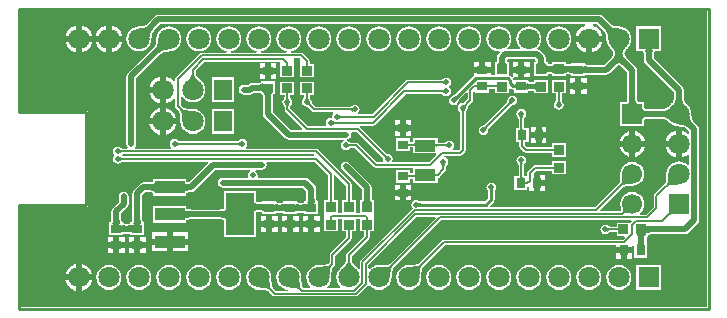
<source format=gbl>
G04*
G04 #@! TF.GenerationSoftware,Altium Limited,Altium Designer,20.0.13 (296)*
G04*
G04 Layer_Physical_Order=2*
G04 Layer_Color=16711680*
%FSLAX24Y24*%
%MOIN*%
G70*
G01*
G75*
%ADD10C,0.0100*%
%ADD37C,0.0060*%
%ADD38C,0.0200*%
%ADD39C,0.0160*%
%ADD40R,0.0620X0.0709*%
%ADD41C,0.0709*%
%ADD42R,0.0709X0.0709*%
%ADD43C,0.0709*%
%ADD44R,0.0669X0.0669*%
%ADD45C,0.0669*%
%ADD46R,0.0709X0.0709*%
%ADD49C,0.0200*%
%ADD50R,0.0709X0.0394*%
%ADD51R,0.0354X0.0315*%
%ADD52R,0.0315X0.0354*%
%ADD53R,0.0340X0.0318*%
%ADD54R,0.0921X0.1417*%
%ADD55R,0.0984X0.0433*%
%ADD56R,0.0318X0.0340*%
%ADD57C,0.0050*%
%ADD58C,0.0150*%
G36*
X22900Y0D02*
X0D01*
Y3350D01*
X2250D01*
Y6550D01*
X0D01*
Y9900D01*
X22900D01*
Y0D01*
D02*
G37*
%LPC*%
G36*
X3050Y9395D02*
Y9050D01*
X3395D01*
X3393Y9069D01*
X3347Y9179D01*
X3274Y9274D01*
X3179Y9347D01*
X3069Y9393D01*
X3050Y9395D01*
D02*
G37*
G36*
X2050D02*
Y9050D01*
X2395D01*
X2393Y9069D01*
X2347Y9179D01*
X2274Y9274D01*
X2179Y9347D01*
X2069Y9393D01*
X2050Y9395D01*
D02*
G37*
G36*
X2850D02*
X2831Y9393D01*
X2721Y9347D01*
X2626Y9274D01*
X2553Y9179D01*
X2507Y9069D01*
X2505Y9050D01*
X2850D01*
Y9395D01*
D02*
G37*
G36*
X1850D02*
X1831Y9393D01*
X1721Y9347D01*
X1626Y9274D01*
X1553Y9179D01*
X1507Y9069D01*
X1505Y9050D01*
X1850D01*
Y9395D01*
D02*
G37*
G36*
X17950Y9368D02*
X17842Y9354D01*
X17741Y9312D01*
X17654Y9246D01*
X17588Y9159D01*
X17546Y9058D01*
X17532Y8950D01*
X17546Y8842D01*
X17588Y8741D01*
X17654Y8654D01*
X17741Y8588D01*
X17842Y8546D01*
X17950Y8532D01*
X18058Y8546D01*
X18159Y8588D01*
X18246Y8654D01*
X18312Y8741D01*
X18354Y8842D01*
X18368Y8950D01*
X18354Y9058D01*
X18312Y9159D01*
X18246Y9246D01*
X18159Y9312D01*
X18058Y9354D01*
X17950Y9368D01*
D02*
G37*
G36*
X14950D02*
X14842Y9354D01*
X14741Y9312D01*
X14654Y9246D01*
X14588Y9159D01*
X14546Y9058D01*
X14532Y8950D01*
X14546Y8842D01*
X14588Y8741D01*
X14654Y8654D01*
X14741Y8588D01*
X14842Y8546D01*
X14950Y8532D01*
X15058Y8546D01*
X15159Y8588D01*
X15246Y8654D01*
X15312Y8741D01*
X15354Y8842D01*
X15368Y8950D01*
X15354Y9058D01*
X15312Y9159D01*
X15246Y9246D01*
X15159Y9312D01*
X15058Y9354D01*
X14950Y9368D01*
D02*
G37*
G36*
X13950D02*
X13842Y9354D01*
X13741Y9312D01*
X13654Y9246D01*
X13588Y9159D01*
X13546Y9058D01*
X13532Y8950D01*
X13546Y8842D01*
X13588Y8741D01*
X13654Y8654D01*
X13741Y8588D01*
X13842Y8546D01*
X13950Y8532D01*
X14058Y8546D01*
X14159Y8588D01*
X14246Y8654D01*
X14312Y8741D01*
X14354Y8842D01*
X14368Y8950D01*
X14354Y9058D01*
X14312Y9159D01*
X14246Y9246D01*
X14159Y9312D01*
X14058Y9354D01*
X13950Y9368D01*
D02*
G37*
G36*
X12950D02*
X12842Y9354D01*
X12741Y9312D01*
X12654Y9246D01*
X12588Y9159D01*
X12546Y9058D01*
X12532Y8950D01*
X12546Y8842D01*
X12588Y8741D01*
X12654Y8654D01*
X12741Y8588D01*
X12842Y8546D01*
X12950Y8532D01*
X13058Y8546D01*
X13159Y8588D01*
X13246Y8654D01*
X13312Y8741D01*
X13354Y8842D01*
X13368Y8950D01*
X13354Y9058D01*
X13312Y9159D01*
X13246Y9246D01*
X13159Y9312D01*
X13058Y9354D01*
X12950Y9368D01*
D02*
G37*
G36*
X11950D02*
X11842Y9354D01*
X11741Y9312D01*
X11654Y9246D01*
X11588Y9159D01*
X11546Y9058D01*
X11532Y8950D01*
X11546Y8842D01*
X11588Y8741D01*
X11654Y8654D01*
X11741Y8588D01*
X11842Y8546D01*
X11950Y8532D01*
X12058Y8546D01*
X12159Y8588D01*
X12246Y8654D01*
X12312Y8741D01*
X12354Y8842D01*
X12368Y8950D01*
X12354Y9058D01*
X12312Y9159D01*
X12246Y9246D01*
X12159Y9312D01*
X12058Y9354D01*
X11950Y9368D01*
D02*
G37*
G36*
X10950D02*
X10842Y9354D01*
X10741Y9312D01*
X10654Y9246D01*
X10588Y9159D01*
X10546Y9058D01*
X10532Y8950D01*
X10546Y8842D01*
X10588Y8741D01*
X10654Y8654D01*
X10741Y8588D01*
X10842Y8546D01*
X10950Y8532D01*
X11058Y8546D01*
X11159Y8588D01*
X11246Y8654D01*
X11312Y8741D01*
X11354Y8842D01*
X11368Y8950D01*
X11354Y9058D01*
X11312Y9159D01*
X11246Y9246D01*
X11159Y9312D01*
X11058Y9354D01*
X10950Y9368D01*
D02*
G37*
G36*
X9950D02*
X9842Y9354D01*
X9741Y9312D01*
X9654Y9246D01*
X9588Y9159D01*
X9546Y9058D01*
X9532Y8950D01*
X9546Y8842D01*
X9588Y8741D01*
X9654Y8654D01*
X9741Y8588D01*
X9842Y8546D01*
X9950Y8532D01*
X10058Y8546D01*
X10159Y8588D01*
X10246Y8654D01*
X10312Y8741D01*
X10354Y8842D01*
X10368Y8950D01*
X10354Y9058D01*
X10312Y9159D01*
X10246Y9246D01*
X10159Y9312D01*
X10058Y9354D01*
X9950Y9368D01*
D02*
G37*
G36*
X5950D02*
X5842Y9354D01*
X5741Y9312D01*
X5654Y9246D01*
X5588Y9159D01*
X5546Y9058D01*
X5532Y8950D01*
X5546Y8842D01*
X5588Y8741D01*
X5654Y8654D01*
X5741Y8588D01*
X5842Y8546D01*
X5950Y8532D01*
X6058Y8546D01*
X6159Y8588D01*
X6246Y8654D01*
X6312Y8741D01*
X6354Y8842D01*
X6368Y8950D01*
X6354Y9058D01*
X6312Y9159D01*
X6246Y9246D01*
X6159Y9312D01*
X6058Y9354D01*
X5950Y9368D01*
D02*
G37*
G36*
X19395Y8850D02*
X19050D01*
Y8505D01*
X19069Y8507D01*
X19179Y8553D01*
X19274Y8626D01*
X19347Y8721D01*
X19393Y8831D01*
X19395Y8850D01*
D02*
G37*
G36*
X3395D02*
X3050D01*
Y8505D01*
X3069Y8507D01*
X3179Y8553D01*
X3274Y8626D01*
X3347Y8721D01*
X3393Y8831D01*
X3395Y8850D01*
D02*
G37*
G36*
X2395D02*
X2050D01*
Y8505D01*
X2069Y8507D01*
X2179Y8553D01*
X2274Y8626D01*
X2347Y8721D01*
X2393Y8831D01*
X2395Y8850D01*
D02*
G37*
G36*
X18850D02*
X18505D01*
X18507Y8831D01*
X18553Y8721D01*
X18626Y8626D01*
X18721Y8553D01*
X18831Y8507D01*
X18850Y8505D01*
Y8850D01*
D02*
G37*
G36*
X2850D02*
X2505D01*
X2507Y8831D01*
X2553Y8721D01*
X2626Y8626D01*
X2721Y8553D01*
X2831Y8507D01*
X2850Y8505D01*
Y8850D01*
D02*
G37*
G36*
X1850D02*
X1505D01*
X1507Y8831D01*
X1553Y8721D01*
X1626Y8626D01*
X1721Y8553D01*
X1831Y8507D01*
X1850Y8505D01*
Y8850D01*
D02*
G37*
G36*
X8950Y9368D02*
X8842Y9354D01*
X8741Y9312D01*
X8654Y9246D01*
X8588Y9159D01*
X8546Y9058D01*
X8532Y8950D01*
X8546Y8842D01*
X8588Y8741D01*
X8654Y8654D01*
X8741Y8588D01*
X8842Y8546D01*
X8875Y8542D01*
X8872Y8492D01*
X8028D01*
X8025Y8542D01*
X8058Y8546D01*
X8159Y8588D01*
X8246Y8654D01*
X8312Y8741D01*
X8354Y8842D01*
X8368Y8950D01*
X8354Y9058D01*
X8312Y9159D01*
X8246Y9246D01*
X8159Y9312D01*
X8058Y9354D01*
X7950Y9368D01*
X7842Y9354D01*
X7741Y9312D01*
X7654Y9246D01*
X7588Y9159D01*
X7546Y9058D01*
X7532Y8950D01*
X7546Y8842D01*
X7588Y8741D01*
X7654Y8654D01*
X7741Y8588D01*
X7842Y8546D01*
X7875Y8542D01*
X7872Y8492D01*
X7028D01*
X7025Y8542D01*
X7058Y8546D01*
X7159Y8588D01*
X7246Y8654D01*
X7312Y8741D01*
X7354Y8842D01*
X7368Y8950D01*
X7354Y9058D01*
X7312Y9159D01*
X7246Y9246D01*
X7159Y9312D01*
X7058Y9354D01*
X6950Y9368D01*
X6842Y9354D01*
X6741Y9312D01*
X6654Y9246D01*
X6588Y9159D01*
X6546Y9058D01*
X6532Y8950D01*
X6546Y8842D01*
X6588Y8741D01*
X6654Y8654D01*
X6741Y8588D01*
X6842Y8546D01*
X6875Y8542D01*
X6872Y8492D01*
X6050D01*
X6015Y8485D01*
X5985Y8465D01*
X5185Y7665D01*
X5165Y7635D01*
X5158Y7600D01*
Y7547D01*
X5108Y7530D01*
X5074Y7574D01*
X4979Y7647D01*
X4869Y7693D01*
X4850Y7695D01*
Y7250D01*
Y6805D01*
X4869Y6807D01*
X4979Y6853D01*
X5074Y6926D01*
X5108Y6970D01*
X5158Y6953D01*
Y6700D01*
X5165Y6665D01*
X5185Y6635D01*
X5276Y6544D01*
X5278Y6538D01*
X5288Y6526D01*
X5295Y6513D01*
X5303Y6495D01*
X5310Y6470D01*
X5316Y6439D01*
X5322Y6403D01*
X5330Y6260D01*
X5331Y6203D01*
X5332Y6200D01*
X5332Y6200D01*
X5346Y6092D01*
X5388Y5991D01*
X5454Y5904D01*
X5541Y5838D01*
X5642Y5796D01*
X5750Y5782D01*
X5858Y5796D01*
X5959Y5838D01*
X6046Y5904D01*
X6112Y5991D01*
X6154Y6092D01*
X6168Y6200D01*
X6154Y6308D01*
X6112Y6409D01*
X6046Y6496D01*
X5959Y6562D01*
X5858Y6604D01*
X5751Y6618D01*
X5747Y6619D01*
X5637Y6621D01*
X5547Y6628D01*
X5511Y6634D01*
X5480Y6640D01*
X5455Y6647D01*
X5437Y6655D01*
X5424Y6662D01*
X5412Y6672D01*
X5406Y6674D01*
X5342Y6738D01*
Y7022D01*
X5375Y7036D01*
X5392Y7036D01*
X5454Y6954D01*
X5541Y6888D01*
X5642Y6846D01*
X5750Y6832D01*
X5858Y6846D01*
X5959Y6888D01*
X6046Y6954D01*
X6112Y7041D01*
X6154Y7142D01*
X6168Y7250D01*
X6154Y7358D01*
X6112Y7459D01*
X6046Y7545D01*
X6045Y7548D01*
X5968Y7628D01*
X5909Y7696D01*
X5888Y7725D01*
X5871Y7752D01*
X5858Y7775D01*
X5850Y7793D01*
X5846Y7807D01*
X5845Y7823D01*
X5842Y7828D01*
Y7892D01*
X6138Y8188D01*
X8671D01*
Y8116D01*
X8670Y8115D01*
Y7678D01*
X9130D01*
Y8115D01*
X9131Y8308D01*
X9312D01*
X9320Y8300D01*
Y8115D01*
Y7678D01*
X9780D01*
Y8115D01*
X9645D01*
X9645Y8116D01*
X9642Y8123D01*
Y8200D01*
X9635Y8235D01*
X9615Y8265D01*
X9415Y8465D01*
X9385Y8485D01*
X9350Y8492D01*
X9028D01*
X9025Y8542D01*
X9058Y8546D01*
X9159Y8588D01*
X9246Y8654D01*
X9312Y8741D01*
X9354Y8842D01*
X9368Y8950D01*
X9354Y9058D01*
X9312Y9159D01*
X9246Y9246D01*
X9159Y9312D01*
X9058Y9354D01*
X8950Y9368D01*
D02*
G37*
G36*
X19300Y9763D02*
X4600D01*
X4538Y9751D01*
X4485Y9715D01*
X4230Y9461D01*
X4227Y9460D01*
X4206Y9441D01*
X4186Y9426D01*
X4165Y9413D01*
X4141Y9402D01*
X4116Y9392D01*
X4088Y9384D01*
X4058Y9377D01*
X4026Y9373D01*
X3991Y9370D01*
X3952Y9369D01*
X3949Y9368D01*
X3842Y9354D01*
X3741Y9312D01*
X3654Y9246D01*
X3588Y9159D01*
X3546Y9058D01*
X3532Y8950D01*
X3546Y8842D01*
X3588Y8741D01*
X3654Y8654D01*
X3741Y8588D01*
X3842Y8546D01*
X3950Y8532D01*
X4058Y8546D01*
X4159Y8588D01*
X4246Y8654D01*
X4312Y8741D01*
X4354Y8842D01*
X4368Y8949D01*
X4369Y8952D01*
X4370Y8991D01*
X4373Y9026D01*
X4377Y9058D01*
X4384Y9088D01*
X4392Y9116D01*
X4402Y9141D01*
X4413Y9165D01*
X4426Y9186D01*
X4441Y9206D01*
X4460Y9227D01*
X4461Y9230D01*
X4668Y9437D01*
X18807D01*
X18817Y9387D01*
X18721Y9347D01*
X18626Y9274D01*
X18553Y9179D01*
X18507Y9069D01*
X18505Y9050D01*
X18950D01*
X19395D01*
X19393Y9069D01*
X19347Y9179D01*
X19274Y9274D01*
X19179Y9347D01*
X19083Y9387D01*
X19093Y9437D01*
X19232D01*
X19439Y9230D01*
X19440Y9227D01*
X19459Y9206D01*
X19474Y9186D01*
X19487Y9165D01*
X19498Y9141D01*
X19508Y9116D01*
X19516Y9088D01*
X19523Y9058D01*
X19527Y9026D01*
X19530Y8991D01*
X19531Y8952D01*
X19532Y8949D01*
X19546Y8842D01*
X19588Y8741D01*
X19654Y8655D01*
X19655Y8652D01*
X19682Y8624D01*
X19705Y8598D01*
X19724Y8572D01*
X19741Y8546D01*
X19755Y8521D01*
X19766Y8496D01*
X19771Y8480D01*
X19765Y8461D01*
X19755Y8431D01*
X19741Y8402D01*
X19726Y8374D01*
X19707Y8348D01*
X19686Y8321D01*
X19661Y8294D01*
X19660Y8290D01*
X19458Y8089D01*
X18982D01*
X18978Y8091D01*
X18908Y8093D01*
X18882Y8095D01*
X18860Y8098D01*
X18844Y8102D01*
X18837Y8105D01*
Y8143D01*
X18785D01*
X18776Y8147D01*
X18770Y8144D01*
X18764Y8146D01*
X18760Y8143D01*
X18442D01*
X18439Y8145D01*
X18431Y8144D01*
X18424Y8147D01*
X18415Y8143D01*
X18363D01*
Y8112D01*
X18359Y8111D01*
X18344Y8108D01*
X18271Y8102D01*
X18252Y8104D01*
X18226Y8106D01*
X18205Y8110D01*
X18190Y8115D01*
X18181Y8118D01*
X18180Y8119D01*
X18180Y8119D01*
Y8165D01*
X18128D01*
X18119Y8169D01*
X18114Y8167D01*
X18109Y8168D01*
X18104Y8165D01*
X17797D01*
X17793Y8168D01*
X17787Y8167D01*
X17781Y8169D01*
X17772Y8165D01*
X17720D01*
Y8126D01*
X17713Y8123D01*
X17697Y8120D01*
X17676Y8116D01*
X17646Y8114D01*
X17625Y8116D01*
X17603Y8120D01*
X17587Y8123D01*
X17580Y8126D01*
Y8165D01*
X17534D01*
X17533Y8166D01*
X17533Y8166D01*
X17529Y8176D01*
X17524Y8191D01*
X17521Y8211D01*
X17516Y8270D01*
X17515Y8305D01*
X17513Y8309D01*
Y8318D01*
X17501Y8381D01*
X17465Y8434D01*
X17348Y8551D01*
X17295Y8586D01*
X17251Y8595D01*
X17235Y8646D01*
X17246Y8654D01*
X17312Y8741D01*
X17354Y8842D01*
X17368Y8950D01*
X17354Y9058D01*
X17312Y9159D01*
X17246Y9246D01*
X17159Y9312D01*
X17058Y9354D01*
X16950Y9368D01*
X16842Y9354D01*
X16741Y9312D01*
X16654Y9246D01*
X16588Y9159D01*
X16546Y9058D01*
X16532Y8950D01*
X16546Y8842D01*
X16588Y8741D01*
X16654Y8654D01*
X16665Y8646D01*
X16649Y8599D01*
X16251D01*
X16235Y8646D01*
X16246Y8654D01*
X16312Y8741D01*
X16354Y8842D01*
X16368Y8950D01*
X16354Y9058D01*
X16312Y9159D01*
X16246Y9246D01*
X16159Y9312D01*
X16058Y9354D01*
X15950Y9368D01*
X15842Y9354D01*
X15741Y9312D01*
X15654Y9246D01*
X15588Y9159D01*
X15546Y9058D01*
X15532Y8950D01*
X15546Y8842D01*
X15588Y8741D01*
X15654Y8654D01*
X15741Y8588D01*
X15842Y8546D01*
X15950Y8532D01*
X15964Y8534D01*
X15986Y8489D01*
X15935Y8438D01*
X15899Y8385D01*
X15887Y8322D01*
Y8309D01*
X15885Y8305D01*
X15884Y8269D01*
X15883Y8238D01*
X15880Y8212D01*
X15876Y8191D01*
X15871Y8176D01*
X15868Y8166D01*
X15867Y8166D01*
X15866Y8165D01*
X15820D01*
Y8113D01*
X15816Y8104D01*
X15818Y8099D01*
X15817Y8094D01*
X15820Y8089D01*
Y7754D01*
X15677D01*
Y7826D01*
X15400D01*
X15123D01*
Y7738D01*
X15098Y7721D01*
X15098Y7721D01*
X14468Y7091D01*
X14461Y7088D01*
X14454Y7082D01*
X14449Y7077D01*
X14438Y7068D01*
X14435Y7066D01*
X14432Y7064D01*
X14431Y7063D01*
X14430Y7063D01*
X14429Y7063D01*
X14428Y7062D01*
X14425Y7060D01*
X14419Y7056D01*
X14392Y7051D01*
X14339Y7015D01*
X14303Y6962D01*
X14291Y6900D01*
X14303Y6838D01*
X14339Y6785D01*
X14392Y6749D01*
X14454Y6737D01*
X14516Y6749D01*
X14569Y6785D01*
X14605Y6838D01*
X14617Y6900D01*
X14615Y6910D01*
X14616Y6911D01*
X14616Y6911D01*
X14616Y6911D01*
X14617Y6912D01*
X14617Y6914D01*
X14617Y6915D01*
X14617Y6915D01*
X14618Y6916D01*
X14619Y6918D01*
X14621Y6921D01*
X14629Y6931D01*
X14635Y6937D01*
X14637Y6941D01*
X14641Y6944D01*
X14642Y6948D01*
X14862Y7168D01*
X14908Y7149D01*
Y6938D01*
X14802Y6832D01*
X14795Y6829D01*
X14790Y6825D01*
X14788Y6823D01*
X14786Y6822D01*
X14783Y6820D01*
X14779Y6819D01*
X14775Y6817D01*
X14770Y6816D01*
X14765Y6816D01*
X14759Y6815D01*
X14750Y6815D01*
X14742Y6812D01*
X14688Y6801D01*
X14635Y6765D01*
X14599Y6712D01*
X14587Y6650D01*
X14599Y6588D01*
X14630Y6541D01*
X14633Y6534D01*
X14639Y6527D01*
X14643Y6522D01*
X14647Y6518D01*
X14649Y6514D01*
X14651Y6510D01*
X14653Y6507D01*
X14654Y6504D01*
X14654Y6501D01*
X14655Y6498D01*
X14655Y6492D01*
X14658Y6485D01*
Y5273D01*
X14627Y5242D01*
X14441D01*
X14428Y5263D01*
X14420Y5292D01*
X14451Y5338D01*
X14463Y5400D01*
X14451Y5462D01*
X14415Y5515D01*
X14362Y5551D01*
X14300Y5563D01*
X14238Y5551D01*
X14191Y5520D01*
X14184Y5517D01*
X14177Y5511D01*
X14172Y5507D01*
X14168Y5503D01*
X14164Y5501D01*
X14160Y5499D01*
X14157Y5497D01*
X14154Y5496D01*
X14151Y5496D01*
X14148Y5495D01*
X14142Y5495D01*
X14135Y5492D01*
X13922D01*
X13915Y5495D01*
X13915Y5495D01*
Y5649D01*
X13086D01*
Y5519D01*
X13085Y5519D01*
X13078Y5516D01*
X12995D01*
X12988Y5519D01*
X12987Y5519D01*
Y5642D01*
X12513D01*
Y5207D01*
X12987D01*
Y5329D01*
X12988Y5329D01*
X12995Y5333D01*
X13078D01*
X13085Y5329D01*
X13086Y5329D01*
Y5135D01*
X13840D01*
X13859Y5089D01*
X13612Y4842D01*
X12423D01*
X12403Y4880D01*
X12402Y4892D01*
X12413Y4950D01*
X12401Y5012D01*
X12365Y5065D01*
X12312Y5101D01*
X12258Y5112D01*
X12250Y5115D01*
X12241Y5115D01*
X12235Y5116D01*
X12230Y5116D01*
X12225Y5117D01*
X12221Y5119D01*
X12217Y5120D01*
X12214Y5122D01*
X12212Y5123D01*
X12210Y5125D01*
X12205Y5129D01*
X12198Y5132D01*
X11322Y6008D01*
X11327Y6035D01*
X11340Y6058D01*
X11753D01*
X11789Y6065D01*
X11818Y6085D01*
X12841Y7108D01*
X14035D01*
X14042Y7105D01*
X14048Y7105D01*
X14051Y7104D01*
X14054Y7104D01*
X14057Y7103D01*
X14060Y7101D01*
X14064Y7099D01*
X14068Y7097D01*
X14072Y7093D01*
X14077Y7089D01*
X14084Y7083D01*
X14091Y7080D01*
X14138Y7049D01*
X14200Y7037D01*
X14262Y7049D01*
X14315Y7085D01*
X14351Y7138D01*
X14363Y7200D01*
X14351Y7262D01*
X14315Y7315D01*
X14301Y7325D01*
Y7375D01*
X14315Y7385D01*
X14351Y7438D01*
X14363Y7500D01*
X14351Y7562D01*
X14315Y7615D01*
X14262Y7651D01*
X14200Y7663D01*
X14138Y7651D01*
X14091Y7620D01*
X14084Y7617D01*
X14077Y7611D01*
X14072Y7607D01*
X14068Y7603D01*
X14064Y7601D01*
X14060Y7599D01*
X14057Y7597D01*
X14054Y7596D01*
X14051Y7596D01*
X14048Y7595D01*
X14042Y7595D01*
X14035Y7592D01*
X12934D01*
X12899Y7585D01*
X12869Y7565D01*
X11746Y6442D01*
X11291D01*
X11278Y6463D01*
X11270Y6492D01*
X11301Y6538D01*
X11313Y6600D01*
X11301Y6662D01*
X11265Y6715D01*
X11212Y6751D01*
X11150Y6763D01*
X11088Y6751D01*
X11041Y6720D01*
X11034Y6717D01*
X11027Y6711D01*
X11022Y6707D01*
X11018Y6703D01*
X11014Y6701D01*
X11010Y6699D01*
X11007Y6697D01*
X11004Y6696D01*
X11001Y6696D01*
X10998Y6695D01*
X10992Y6695D01*
X10985Y6692D01*
X9838D01*
X9732Y6798D01*
X9729Y6805D01*
X9725Y6810D01*
X9723Y6812D01*
X9722Y6814D01*
X9720Y6817D01*
X9719Y6821D01*
X9717Y6825D01*
X9716Y6830D01*
X9716Y6835D01*
X9715Y6841D01*
X9715Y6850D01*
X9712Y6858D01*
X9701Y6912D01*
X9670Y6959D01*
X9667Y6966D01*
X9661Y6973D01*
X9657Y6978D01*
X9653Y6982D01*
X9651Y6986D01*
X9649Y6990D01*
X9647Y6993D01*
X9646Y6996D01*
X9646Y6999D01*
X9645Y7002D01*
X9645Y7008D01*
X9642Y7015D01*
Y7077D01*
X9645Y7084D01*
X9645Y7085D01*
X9780D01*
Y7522D01*
X9320D01*
Y7085D01*
X9455D01*
X9455Y7084D01*
X9458Y7077D01*
Y7015D01*
X9455Y7008D01*
X9455Y7002D01*
X9454Y6999D01*
X9454Y6996D01*
X9453Y6993D01*
X9451Y6990D01*
X9449Y6986D01*
X9447Y6982D01*
X9443Y6978D01*
X9439Y6973D01*
X9433Y6966D01*
X9430Y6959D01*
X9399Y6912D01*
X9387Y6850D01*
X9399Y6788D01*
X9435Y6735D01*
X9488Y6699D01*
X9542Y6688D01*
X9550Y6685D01*
X9559Y6685D01*
X9565Y6684D01*
X9570Y6684D01*
X9575Y6683D01*
X9579Y6681D01*
X9583Y6680D01*
X9586Y6678D01*
X9588Y6677D01*
X9590Y6675D01*
X9595Y6671D01*
X9602Y6668D01*
X9735Y6535D01*
X9765Y6515D01*
X9800Y6508D01*
X10409D01*
X10422Y6487D01*
X10430Y6458D01*
X10399Y6412D01*
X10388Y6357D01*
X10379Y6340D01*
X10360Y6321D01*
X10343Y6312D01*
X10288Y6301D01*
X10235Y6265D01*
X10199Y6212D01*
X10187Y6150D01*
X10198Y6092D01*
X10197Y6080D01*
X10177Y6042D01*
X9588D01*
X8992Y6638D01*
Y6685D01*
X8995Y6692D01*
X8995Y6698D01*
X8996Y6701D01*
X8996Y6704D01*
X8997Y6707D01*
X8999Y6710D01*
X9001Y6714D01*
X9003Y6718D01*
X9007Y6722D01*
X9011Y6727D01*
X9017Y6734D01*
X9020Y6741D01*
X9051Y6788D01*
X9063Y6850D01*
X9051Y6912D01*
X9020Y6959D01*
X9017Y6966D01*
X9011Y6973D01*
X9007Y6978D01*
X9003Y6982D01*
X9001Y6986D01*
X8999Y6990D01*
X8997Y6993D01*
X8996Y6996D01*
X8996Y6999D01*
X8995Y7002D01*
X8995Y7008D01*
X8992Y7015D01*
Y7077D01*
X8995Y7084D01*
X8995Y7085D01*
X9130D01*
Y7522D01*
X8670D01*
Y7085D01*
X8805D01*
X8805Y7084D01*
X8808Y7077D01*
Y7015D01*
X8805Y7008D01*
X8805Y7002D01*
X8804Y6999D01*
X8804Y6996D01*
X8803Y6993D01*
X8801Y6990D01*
X8799Y6986D01*
X8797Y6982D01*
X8793Y6978D01*
X8789Y6973D01*
X8783Y6966D01*
X8780Y6959D01*
X8749Y6912D01*
X8737Y6850D01*
X8749Y6788D01*
X8780Y6741D01*
X8783Y6734D01*
X8789Y6727D01*
X8793Y6722D01*
X8797Y6718D01*
X8799Y6714D01*
X8801Y6710D01*
X8803Y6707D01*
X8804Y6704D01*
X8804Y6701D01*
X8805Y6698D01*
X8805Y6692D01*
X8808Y6685D01*
Y6600D01*
X8815Y6565D01*
X8835Y6535D01*
X9401Y5969D01*
X9382Y5923D01*
X9008D01*
X8413Y6518D01*
Y6963D01*
X8415Y6967D01*
X8416Y7003D01*
X8418Y7034D01*
X8421Y7060D01*
X8425Y7080D01*
X8430Y7095D01*
X8434Y7103D01*
X8434Y7104D01*
X8435Y7104D01*
X8440Y7107D01*
X8487D01*
Y7159D01*
X8491Y7168D01*
X8489Y7172D01*
X8490Y7177D01*
X8487Y7182D01*
Y7542D01*
X8090D01*
X8086Y7545D01*
X8080Y7543D01*
X8074Y7546D01*
X8065Y7542D01*
X8013D01*
Y7503D01*
X8006Y7501D01*
X7990Y7497D01*
X7969Y7494D01*
X7909Y7490D01*
X7873Y7489D01*
X7869Y7488D01*
X7724D01*
X7662Y7475D01*
X7609Y7440D01*
X7582Y7413D01*
X7450D01*
X7388Y7401D01*
X7335Y7365D01*
X7299Y7312D01*
X7287Y7250D01*
X7299Y7188D01*
X7335Y7135D01*
X7388Y7099D01*
X7450Y7087D01*
X7650D01*
X7712Y7099D01*
X7765Y7135D01*
X7792Y7161D01*
X7868D01*
X7872Y7159D01*
X7942Y7157D01*
X7968Y7155D01*
X7990Y7152D01*
X8006Y7148D01*
X8013Y7146D01*
Y7107D01*
X8060D01*
X8065Y7104D01*
X8066Y7104D01*
X8066Y7103D01*
X8070Y7095D01*
X8075Y7080D01*
X8079Y7061D01*
X8084Y7002D01*
X8085Y6967D01*
X8087Y6963D01*
Y6450D01*
X8099Y6388D01*
X8135Y6335D01*
X8825Y5644D01*
X8878Y5609D01*
X8941Y5596D01*
X10773D01*
X10780Y5573D01*
X10781Y5546D01*
X10735Y5515D01*
X10699Y5462D01*
X10687Y5400D01*
X10699Y5338D01*
X10735Y5285D01*
X10788Y5249D01*
X10850Y5237D01*
X10912Y5249D01*
X10959Y5280D01*
X10966Y5283D01*
X10973Y5289D01*
X10978Y5293D01*
X10982Y5297D01*
X10986Y5299D01*
X10990Y5301D01*
X10993Y5303D01*
X10996Y5304D01*
X10999Y5304D01*
X11002Y5305D01*
X11008Y5305D01*
X11015Y5308D01*
X11162D01*
X11785Y4685D01*
X11815Y4665D01*
X11850Y4658D01*
X13086D01*
Y4471D01*
X13085Y4471D01*
X13078Y4467D01*
X12995D01*
X12988Y4471D01*
X12987Y4471D01*
Y4593D01*
X12513D01*
Y4158D01*
X12987D01*
Y4281D01*
X12988Y4281D01*
X12995Y4284D01*
X13078D01*
X13085Y4281D01*
X13086Y4281D01*
Y4151D01*
X13915D01*
Y4316D01*
X13925Y4321D01*
X13944Y4325D01*
X13974Y4344D01*
X14165Y4535D01*
X14185Y4565D01*
X14192Y4600D01*
Y4685D01*
X14195Y4692D01*
X14195Y4698D01*
X14196Y4701D01*
X14196Y4704D01*
X14197Y4707D01*
X14199Y4710D01*
X14201Y4714D01*
X14203Y4718D01*
X14207Y4722D01*
X14211Y4727D01*
X14217Y4734D01*
X14220Y4741D01*
X14251Y4788D01*
X14263Y4850D01*
X14251Y4912D01*
X14215Y4965D01*
X14162Y5001D01*
X14125Y5008D01*
X14130Y5058D01*
X14665D01*
X14700Y5065D01*
X14730Y5085D01*
X14815Y5170D01*
X14835Y5200D01*
X14842Y5235D01*
Y6485D01*
X14845Y6492D01*
X14845Y6498D01*
X14846Y6501D01*
X14846Y6504D01*
X14847Y6507D01*
X14849Y6510D01*
X14851Y6514D01*
X14853Y6518D01*
X14857Y6522D01*
X14861Y6527D01*
X14867Y6534D01*
X14870Y6541D01*
X14901Y6588D01*
X14912Y6642D01*
X14915Y6650D01*
X14915Y6659D01*
X14916Y6665D01*
X14916Y6670D01*
X14917Y6675D01*
X14919Y6679D01*
X14920Y6683D01*
X14922Y6686D01*
X14923Y6688D01*
X14925Y6690D01*
X14929Y6695D01*
X14932Y6702D01*
X15065Y6835D01*
X15085Y6865D01*
X15092Y6900D01*
Y7187D01*
X15113Y7203D01*
X15163Y7178D01*
Y7157D01*
X15637D01*
Y7279D01*
X15638Y7279D01*
X15645Y7283D01*
X15812D01*
X15819Y7279D01*
X15820Y7279D01*
Y7135D01*
X16280D01*
Y7296D01*
X16326Y7315D01*
X16346Y7295D01*
X16346Y7295D01*
X16383Y7271D01*
X16411Y7265D01*
X16424Y7259D01*
X16441Y7259D01*
X16453Y7258D01*
X16462Y7256D01*
X16463Y7256D01*
Y7157D01*
X16862D01*
X16868Y7154D01*
X16872Y7155D01*
X16876Y7153D01*
X16885Y7157D01*
X16937D01*
Y7204D01*
X16938Y7206D01*
X16941Y7207D01*
X16951Y7211D01*
X16965Y7214D01*
X17010Y7218D01*
X17028Y7219D01*
X17048Y7218D01*
X17071Y7216D01*
X17089Y7213D01*
X17103Y7209D01*
X17112Y7206D01*
X17116Y7203D01*
X17117Y7197D01*
X17120Y7191D01*
Y7135D01*
X17580D01*
Y7572D01*
X17195D01*
X17189Y7575D01*
X17185Y7574D01*
X17181Y7576D01*
X17172Y7572D01*
X17120D01*
Y7525D01*
X17118Y7522D01*
X17116Y7521D01*
X17106Y7517D01*
X17092Y7514D01*
X17047Y7509D01*
X17029Y7509D01*
X17009Y7510D01*
X16986Y7512D01*
X16968Y7515D01*
X16954Y7518D01*
X16944Y7522D01*
X16940Y7525D01*
X16939Y7531D01*
X16937Y7535D01*
Y7592D01*
X16463Y7592D01*
X16423Y7617D01*
X16422Y7619D01*
X16446Y7667D01*
X16447Y7668D01*
X16462Y7668D01*
X16600D01*
Y7826D01*
X16423D01*
Y7709D01*
X16423Y7694D01*
X16373Y7674D01*
X16325Y7721D01*
X16289Y7746D01*
X16280Y7747D01*
Y8089D01*
X16283Y8094D01*
X16282Y8099D01*
X16284Y8104D01*
X16280Y8113D01*
Y8165D01*
X16234D01*
X16233Y8166D01*
X16233Y8166D01*
X16229Y8176D01*
X16224Y8191D01*
X16221Y8211D01*
X16219Y8227D01*
X16261Y8272D01*
X17141D01*
X17162Y8255D01*
X17182Y8229D01*
X17180Y8212D01*
X17176Y8191D01*
X17171Y8176D01*
X17168Y8166D01*
X17167Y8166D01*
X17166Y8165D01*
X17120D01*
Y8113D01*
X17116Y8104D01*
X17118Y8099D01*
X17117Y8094D01*
X17120Y8089D01*
Y7728D01*
X17503D01*
X17507Y7725D01*
X17513Y7726D01*
X17519Y7724D01*
X17528Y7728D01*
X17580D01*
Y7767D01*
X17587Y7770D01*
X17603Y7774D01*
X17624Y7777D01*
X17654Y7779D01*
X17675Y7777D01*
X17697Y7774D01*
X17713Y7770D01*
X17720Y7767D01*
Y7728D01*
X17772D01*
X17781Y7724D01*
X17787Y7726D01*
X17793Y7725D01*
X17797Y7728D01*
X18102D01*
X18105Y7726D01*
X18112Y7727D01*
X18119Y7724D01*
X18128Y7728D01*
X18180D01*
Y7760D01*
X18184Y7761D01*
X18200Y7764D01*
X18268Y7769D01*
X18291Y7769D01*
X18317Y7766D01*
X18338Y7762D01*
X18353Y7758D01*
X18362Y7754D01*
X18363Y7754D01*
Y7708D01*
X18415D01*
X18424Y7704D01*
X18429Y7706D01*
X18434Y7705D01*
X18439Y7708D01*
X18760D01*
X18764Y7705D01*
X18770Y7707D01*
X18776Y7704D01*
X18785Y7708D01*
X18837D01*
Y7747D01*
X18844Y7749D01*
X18860Y7753D01*
X18881Y7756D01*
X18941Y7760D01*
X18977Y7761D01*
X18981Y7762D01*
X19526D01*
X19588Y7775D01*
X19641Y7810D01*
X19848Y8018D01*
X19852Y8019D01*
X19877Y8042D01*
X19898Y8056D01*
X19917Y8066D01*
X19934Y8071D01*
X19950Y8073D01*
X19966Y8071D01*
X19983Y8066D01*
X20002Y8056D01*
X20023Y8042D01*
X20048Y8019D01*
X20052Y8018D01*
X20237Y7832D01*
Y6989D01*
X20235Y6985D01*
X20234Y6949D01*
X20232Y6919D01*
X20227Y6895D01*
X20222Y6875D01*
X20217Y6862D01*
X20212Y6854D01*
X20208Y6850D01*
X20207Y6849D01*
X20205Y6848D01*
X20193Y6847D01*
X20189Y6845D01*
X20005D01*
Y6055D01*
X20795D01*
Y6239D01*
X20797Y6243D01*
X20798Y6255D01*
X20799Y6257D01*
X20800Y6258D01*
X20804Y6262D01*
X20812Y6267D01*
X20825Y6272D01*
X20845Y6277D01*
X20869Y6282D01*
X20899Y6284D01*
X20935Y6285D01*
X20939Y6287D01*
X21391D01*
X21394Y6285D01*
X21422Y6284D01*
X21446Y6280D01*
X21471Y6274D01*
X21496Y6266D01*
X21521Y6255D01*
X21546Y6241D01*
X21572Y6224D01*
X21598Y6205D01*
X21624Y6182D01*
X21652Y6155D01*
X21655Y6154D01*
X21741Y6088D01*
X21842Y6046D01*
X21949Y6032D01*
X21952Y6031D01*
X21991Y6030D01*
X22026Y6027D01*
X22058Y6023D01*
X22088Y6017D01*
X22115Y6008D01*
X22141Y5999D01*
X22164Y5987D01*
X22186Y5974D01*
X22206Y5959D01*
X22226Y5941D01*
X22230Y5939D01*
X22301Y5868D01*
Y5816D01*
X22251Y5792D01*
X22179Y5847D01*
X22069Y5893D01*
X22050Y5895D01*
Y5450D01*
Y5005D01*
X22069Y5007D01*
X22179Y5053D01*
X22251Y5108D01*
X22301Y5084D01*
Y4751D01*
X22254Y4735D01*
X22246Y4746D01*
X22159Y4812D01*
X22058Y4854D01*
X21950Y4868D01*
X21842Y4854D01*
X21741Y4812D01*
X21655Y4746D01*
X21588Y4659D01*
X21546Y4558D01*
X21532Y4451D01*
X21531Y4447D01*
X21529Y4337D01*
X21522Y4247D01*
X21517Y4212D01*
X21510Y4181D01*
X21503Y4156D01*
X21495Y4137D01*
X21488Y4124D01*
X21478Y4112D01*
X21477Y4106D01*
X21135Y3765D01*
X21115Y3735D01*
X21108Y3700D01*
Y3338D01*
X20862Y3092D01*
X20664D01*
X20647Y3142D01*
X20681Y3169D01*
X20745Y3251D01*
X20784Y3347D01*
X20798Y3450D01*
X20784Y3553D01*
X20745Y3649D01*
X20681Y3731D01*
X20599Y3795D01*
X20503Y3834D01*
X20400Y3848D01*
X20297Y3834D01*
X20201Y3795D01*
X20119Y3731D01*
X20055Y3649D01*
X20016Y3553D01*
X20002Y3450D01*
X20014Y3359D01*
X20013Y3358D01*
X20014Y3355D01*
X20016Y3347D01*
X20016Y3346D01*
X20015Y3342D01*
X20022Y3315D01*
X20027Y3291D01*
X20029Y3270D01*
X20029Y3251D01*
X20028Y3235D01*
X20025Y3221D01*
X20021Y3208D01*
X20018Y3202D01*
X19340D01*
X19320Y3248D01*
X20075Y4002D01*
X20080Y4004D01*
X20091Y4012D01*
X20102Y4018D01*
X20119Y4025D01*
X20143Y4032D01*
X20172Y4038D01*
X20205Y4042D01*
X20342Y4050D01*
X20397Y4050D01*
X20401Y4052D01*
X20503Y4066D01*
X20599Y4105D01*
X20681Y4169D01*
X20745Y4251D01*
X20784Y4347D01*
X20798Y4450D01*
X20784Y4553D01*
X20745Y4649D01*
X20681Y4731D01*
X20599Y4795D01*
X20503Y4834D01*
X20400Y4848D01*
X20297Y4834D01*
X20201Y4795D01*
X20119Y4731D01*
X20055Y4649D01*
X20016Y4553D01*
X20002Y4452D01*
X20000Y4448D01*
X19999Y4342D01*
X19992Y4256D01*
X19988Y4222D01*
X19982Y4193D01*
X19975Y4169D01*
X19968Y4152D01*
X19962Y4141D01*
X19954Y4130D01*
X19952Y4125D01*
X19164Y3337D01*
X15666D01*
X15645Y3387D01*
X15779Y3521D01*
X15779Y3521D01*
X15804Y3557D01*
X15812Y3600D01*
Y3845D01*
X15815Y3851D01*
X15816Y3869D01*
X15816Y3875D01*
X15817Y3880D01*
X15818Y3883D01*
X15818Y3885D01*
X15819Y3885D01*
X15819Y3886D01*
X15820Y3888D01*
X15820Y3889D01*
X15820Y3889D01*
X15820Y3890D01*
X15821Y3892D01*
X15821Y3894D01*
X15851Y3938D01*
X15863Y4000D01*
X15851Y4062D01*
X15815Y4115D01*
X15762Y4151D01*
X15700Y4163D01*
X15638Y4151D01*
X15585Y4115D01*
X15549Y4062D01*
X15537Y4000D01*
X15549Y3938D01*
X15579Y3894D01*
X15579Y3892D01*
X15580Y3890D01*
X15580Y3889D01*
X15580Y3889D01*
X15580Y3888D01*
X15581Y3886D01*
X15581Y3885D01*
X15582Y3885D01*
X15582Y3883D01*
X15583Y3880D01*
X15584Y3876D01*
X15585Y3861D01*
X15585Y3852D01*
X15588Y3846D01*
Y3646D01*
X15479Y3538D01*
X13351D01*
X13345Y3541D01*
X13327Y3541D01*
X13321Y3542D01*
X13317Y3543D01*
X13313Y3543D01*
X13311Y3544D01*
X13311Y3544D01*
X13310Y3544D01*
X13308Y3546D01*
X13308Y3546D01*
X13307Y3546D01*
X13306Y3546D01*
X13305Y3546D01*
X13303Y3547D01*
X13259Y3576D01*
X13196Y3589D01*
X13134Y3576D01*
X13081Y3541D01*
X13046Y3488D01*
X13033Y3426D01*
X13046Y3363D01*
X13081Y3310D01*
X13082Y3304D01*
X11339Y1561D01*
X11320Y1533D01*
X11313Y1500D01*
Y1290D01*
X11263Y1273D01*
X11246Y1295D01*
X11245Y1298D01*
X11168Y1378D01*
X11109Y1446D01*
X11088Y1475D01*
X11071Y1502D01*
X11058Y1525D01*
X11050Y1543D01*
X11046Y1557D01*
X11045Y1573D01*
X11042Y1578D01*
Y1712D01*
X11615Y2285D01*
X11635Y2315D01*
X11642Y2350D01*
Y2527D01*
X11645Y2534D01*
X11645Y2535D01*
X11780D01*
Y2972D01*
Y3489D01*
X11783Y3494D01*
X11782Y3499D01*
X11784Y3504D01*
X11780Y3513D01*
Y3565D01*
X11734D01*
X11733Y3566D01*
X11732Y3566D01*
X11729Y3576D01*
X11724Y3591D01*
X11721Y3611D01*
X11716Y3670D01*
X11715Y3705D01*
X11713Y3709D01*
Y4000D01*
X11701Y4062D01*
X11665Y4115D01*
X10965Y4815D01*
X10912Y4851D01*
X10850Y4863D01*
X10788Y4851D01*
X10735Y4815D01*
X10699Y4762D01*
X10687Y4700D01*
X10699Y4638D01*
X10735Y4585D01*
X11387Y3932D01*
Y3709D01*
X11385Y3705D01*
X11384Y3669D01*
X11383Y3638D01*
X11380Y3612D01*
X11376Y3591D01*
X11371Y3576D01*
X11367Y3566D01*
X11367Y3566D01*
X11366Y3565D01*
X11320D01*
Y3513D01*
X11316Y3504D01*
X11318Y3499D01*
X11317Y3494D01*
X11320Y3489D01*
Y3142D01*
X11180D01*
Y3565D01*
X11045D01*
X11045Y3566D01*
X11042Y3573D01*
Y4100D01*
X11035Y4135D01*
X11015Y4165D01*
X9915Y5265D01*
X9885Y5285D01*
X9850Y5292D01*
X7541D01*
X7528Y5313D01*
X7520Y5342D01*
X7551Y5388D01*
X7563Y5450D01*
X7551Y5512D01*
X7515Y5565D01*
X7462Y5601D01*
X7400Y5613D01*
X7338Y5601D01*
X7291Y5570D01*
X7284Y5567D01*
X7277Y5561D01*
X7272Y5557D01*
X7268Y5553D01*
X7264Y5551D01*
X7260Y5549D01*
X7257Y5547D01*
X7254Y5546D01*
X7251Y5546D01*
X7248Y5545D01*
X7242Y5545D01*
X7235Y5542D01*
X5315D01*
X5308Y5545D01*
X5302Y5545D01*
X5299Y5546D01*
X5296Y5546D01*
X5293Y5547D01*
X5290Y5549D01*
X5286Y5551D01*
X5282Y5553D01*
X5278Y5557D01*
X5273Y5561D01*
X5266Y5567D01*
X5259Y5570D01*
X5212Y5601D01*
X5150Y5613D01*
X5088Y5601D01*
X5035Y5565D01*
X4999Y5512D01*
X4987Y5450D01*
X4999Y5388D01*
X5030Y5342D01*
X5022Y5313D01*
X5009Y5292D01*
X3841D01*
X3828Y5313D01*
X3820Y5342D01*
X3851Y5388D01*
X3863Y5450D01*
Y7632D01*
X4670Y8439D01*
X4673Y8440D01*
X4694Y8459D01*
X4714Y8474D01*
X4735Y8487D01*
X4759Y8498D01*
X4784Y8508D01*
X4812Y8516D01*
X4842Y8523D01*
X4874Y8527D01*
X4909Y8530D01*
X4948Y8531D01*
X4951Y8532D01*
X5058Y8546D01*
X5159Y8588D01*
X5246Y8654D01*
X5312Y8741D01*
X5354Y8842D01*
X5368Y8950D01*
X5354Y9058D01*
X5312Y9159D01*
X5246Y9246D01*
X5159Y9312D01*
X5058Y9354D01*
X4950Y9368D01*
X4842Y9354D01*
X4741Y9312D01*
X4654Y9246D01*
X4588Y9159D01*
X4546Y9058D01*
X4532Y8951D01*
X4531Y8948D01*
X4530Y8909D01*
X4527Y8874D01*
X4523Y8842D01*
X4516Y8812D01*
X4508Y8784D01*
X4498Y8759D01*
X4487Y8735D01*
X4474Y8714D01*
X4459Y8694D01*
X4440Y8673D01*
X4439Y8670D01*
X3585Y7815D01*
X3549Y7762D01*
X3537Y7700D01*
Y5450D01*
X3549Y5388D01*
X3580Y5342D01*
X3572Y5313D01*
X3559Y5292D01*
X3415D01*
X3408Y5295D01*
X3402Y5295D01*
X3399Y5296D01*
X3396Y5296D01*
X3393Y5297D01*
X3390Y5299D01*
X3386Y5301D01*
X3382Y5303D01*
X3378Y5307D01*
X3373Y5311D01*
X3366Y5317D01*
X3359Y5320D01*
X3312Y5351D01*
X3250Y5363D01*
X3188Y5351D01*
X3135Y5315D01*
X3099Y5262D01*
X3087Y5200D01*
X3099Y5138D01*
X3116Y5113D01*
X3131Y5075D01*
X3116Y5037D01*
X3099Y5012D01*
X3087Y4950D01*
X3099Y4888D01*
X3135Y4835D01*
X3188Y4799D01*
X3250Y4787D01*
X3312Y4799D01*
X3359Y4830D01*
X3366Y4833D01*
X3373Y4839D01*
X3378Y4843D01*
X3382Y4847D01*
X3386Y4849D01*
X3390Y4851D01*
X3393Y4853D01*
X3396Y4854D01*
X3399Y4854D01*
X3402Y4855D01*
X3408Y4855D01*
X3415Y4858D01*
X6240D01*
X6259Y4812D01*
X5620Y4173D01*
X5607Y4174D01*
X5583Y4178D01*
X5564Y4183D01*
X5550Y4189D01*
X5542Y4194D01*
X5538Y4197D01*
X5537Y4199D01*
X5536Y4201D01*
X5535Y4212D01*
X5533Y4216D01*
Y4282D01*
X4429D01*
Y4216D01*
X4426Y4212D01*
X4425Y4201D01*
X4424Y4199D01*
X4423Y4197D01*
X4420Y4194D01*
X4411Y4189D01*
X4398Y4183D01*
X4379Y4178D01*
X4354Y4174D01*
X4324Y4171D01*
X4288Y4170D01*
X4284Y4169D01*
X4105D01*
X4043Y4156D01*
X3990Y4121D01*
X3785Y3915D01*
X3749Y3862D01*
X3737Y3800D01*
Y2987D01*
X3735Y2983D01*
X3734Y2947D01*
X3732Y2916D01*
X3729Y2890D01*
X3725Y2870D01*
X3720Y2855D01*
X3716Y2847D01*
X3716Y2846D01*
X3715Y2846D01*
X3710Y2843D01*
X3663D01*
Y2804D01*
X3656Y2802D01*
X3640Y2798D01*
X3619Y2795D01*
X3560Y2791D01*
X3508Y2793D01*
X3482Y2795D01*
X3460Y2798D01*
X3444Y2802D01*
X3437Y2804D01*
Y2843D01*
X3390D01*
X3385Y2846D01*
X3384Y2846D01*
X3384Y2847D01*
X3380Y2855D01*
X3375Y2870D01*
X3371Y2889D01*
X3366Y2948D01*
X3365Y2983D01*
X3363Y2987D01*
Y3132D01*
X3565Y3335D01*
X3601Y3388D01*
X3613Y3450D01*
Y3700D01*
X3601Y3762D01*
X3565Y3815D01*
X3512Y3851D01*
X3450Y3863D01*
X3388Y3851D01*
X3335Y3815D01*
X3299Y3762D01*
X3287Y3700D01*
Y3518D01*
X3085Y3315D01*
X3049Y3262D01*
X3037Y3200D01*
Y2987D01*
X3035Y2983D01*
X3034Y2947D01*
X3032Y2916D01*
X3029Y2890D01*
X3025Y2870D01*
X3020Y2855D01*
X3016Y2847D01*
X3016Y2846D01*
X3015Y2846D01*
X3010Y2843D01*
X2963D01*
Y2791D01*
X2959Y2782D01*
X2961Y2778D01*
X2960Y2773D01*
X2963Y2768D01*
Y2408D01*
X3360D01*
X3364Y2405D01*
X3370Y2407D01*
X3376Y2404D01*
X3385Y2408D01*
X3437D01*
Y2447D01*
X3444Y2449D01*
X3460Y2453D01*
X3481Y2456D01*
X3540Y2460D01*
X3592Y2458D01*
X3618Y2456D01*
X3640Y2453D01*
X3656Y2449D01*
X3663Y2447D01*
Y2408D01*
X3715D01*
X3724Y2404D01*
X3730Y2407D01*
X3736Y2405D01*
X3740Y2408D01*
X4137D01*
Y2768D01*
X4140Y2773D01*
X4139Y2778D01*
X4141Y2782D01*
X4137Y2791D01*
Y2843D01*
X4090D01*
X4085Y2846D01*
X4084Y2846D01*
X4084Y2847D01*
X4080Y2855D01*
X4075Y2870D01*
X4071Y2889D01*
X4066Y2948D01*
X4065Y2983D01*
X4063Y2987D01*
Y3732D01*
X4173Y3842D01*
X4284D01*
X4288Y3841D01*
X4324Y3840D01*
X4354Y3837D01*
X4379Y3833D01*
X4398Y3828D01*
X4411Y3822D01*
X4420Y3817D01*
X4423Y3814D01*
X4424Y3812D01*
X4425Y3810D01*
X4426Y3799D01*
X4429Y3795D01*
Y3729D01*
X5533D01*
Y3795D01*
X5535Y3799D01*
X5536Y3810D01*
X5537Y3812D01*
X5538Y3814D01*
X5542Y3817D01*
X5550Y3822D01*
X5564Y3828D01*
X5583Y3833D01*
X5607Y3837D01*
X5637Y3840D01*
X5673Y3841D01*
X5677Y3842D01*
X5683D01*
X5745Y3855D01*
X5798Y3890D01*
X6495Y4587D01*
X7652D01*
X7667Y4537D01*
X7635Y4515D01*
X7599Y4462D01*
X7587Y4400D01*
X7594Y4363D01*
X7560Y4313D01*
X6750D01*
X6688Y4301D01*
X6635Y4265D01*
X6599Y4212D01*
X6587Y4150D01*
X6599Y4088D01*
X6635Y4035D01*
X6688Y3999D01*
X6750Y3987D01*
X9432D01*
X9537Y3882D01*
Y3687D01*
X9535Y3683D01*
X9534Y3647D01*
X9532Y3616D01*
X9529Y3590D01*
X9525Y3570D01*
X9520Y3555D01*
X9516Y3547D01*
X9516Y3546D01*
X9515Y3546D01*
X9510Y3543D01*
X9463D01*
Y3505D01*
X9456Y3502D01*
X9440Y3498D01*
X9419Y3495D01*
X9360Y3491D01*
X9308Y3493D01*
X9282Y3495D01*
X9260Y3498D01*
X9244Y3502D01*
X9237Y3505D01*
Y3543D01*
X9185D01*
X9176Y3547D01*
X9170Y3544D01*
X9164Y3546D01*
X9160Y3543D01*
X8840D01*
X8836Y3546D01*
X8830Y3544D01*
X8824Y3547D01*
X8815Y3543D01*
X8763D01*
Y3505D01*
X8756Y3502D01*
X8740Y3498D01*
X8719Y3495D01*
X8660Y3491D01*
X8608Y3493D01*
X8582Y3495D01*
X8560Y3498D01*
X8544Y3502D01*
X8537Y3505D01*
Y3543D01*
X8485D01*
X8476Y3547D01*
X8470Y3544D01*
X8464Y3546D01*
X8460Y3543D01*
X8145D01*
X8144Y3544D01*
X8138Y3543D01*
X8133D01*
X8124Y3547D01*
X8115Y3543D01*
X8063D01*
Y3522D01*
X7962Y3515D01*
X7944Y3516D01*
X7914Y3518D01*
X7890Y3523D01*
X7871Y3528D01*
X7857Y3533D01*
X7849Y3538D01*
X7845Y3542D01*
X7844Y3543D01*
X7843Y3545D01*
X7842Y3557D01*
X7840Y3561D01*
Y3869D01*
X6799D01*
Y3311D01*
X6796Y3307D01*
X6795Y3295D01*
X6795Y3293D01*
X6793Y3292D01*
X6790Y3288D01*
X6781Y3283D01*
X6768Y3278D01*
X6749Y3273D01*
X6724Y3268D01*
X6694Y3266D01*
X6658Y3265D01*
X6654Y3263D01*
X5677D01*
X5673Y3265D01*
X5637Y3266D01*
X5607Y3268D01*
X5583Y3273D01*
X5564Y3278D01*
X5550Y3283D01*
X5542Y3288D01*
X5538Y3292D01*
X5537Y3293D01*
X5536Y3295D01*
X5535Y3307D01*
X5533Y3311D01*
Y3377D01*
X4429D01*
Y2823D01*
X5533D01*
Y2889D01*
X5535Y2893D01*
X5536Y2905D01*
X5537Y2907D01*
X5538Y2908D01*
X5542Y2912D01*
X5550Y2917D01*
X5564Y2922D01*
X5583Y2927D01*
X5607Y2932D01*
X5637Y2934D01*
X5673Y2935D01*
X5677Y2937D01*
X6654D01*
X6658Y2935D01*
X6694Y2934D01*
X6724Y2932D01*
X6749Y2927D01*
X6768Y2922D01*
X6781Y2917D01*
X6790Y2912D01*
X6793Y2908D01*
X6795Y2907D01*
X6795Y2905D01*
X6796Y2893D01*
X6799Y2889D01*
Y2331D01*
X7840D01*
Y3139D01*
X7842Y3143D01*
X7843Y3155D01*
X7844Y3157D01*
X7845Y3158D01*
X7849Y3162D01*
X7857Y3167D01*
X7871Y3172D01*
X7890Y3177D01*
X7914Y3182D01*
X7944Y3184D01*
X7954Y3184D01*
X7959Y3184D01*
X7989Y3182D01*
X8015Y3179D01*
X8035Y3174D01*
X8049Y3170D01*
X8058Y3165D01*
X8059Y3164D01*
X8060Y3161D01*
X8063Y3155D01*
Y3108D01*
X8115D01*
X8124Y3104D01*
X8128Y3106D01*
X8132Y3105D01*
X8138Y3108D01*
X8460D01*
X8464Y3105D01*
X8470Y3107D01*
X8476Y3104D01*
X8485Y3108D01*
X8537D01*
Y3147D01*
X8544Y3149D01*
X8560Y3153D01*
X8581Y3156D01*
X8640Y3160D01*
X8692Y3158D01*
X8718Y3156D01*
X8740Y3153D01*
X8756Y3149D01*
X8763Y3147D01*
Y3108D01*
X8815D01*
X8824Y3104D01*
X8830Y3107D01*
X8836Y3105D01*
X8840Y3108D01*
X9160D01*
X9164Y3105D01*
X9170Y3107D01*
X9176Y3104D01*
X9185Y3108D01*
X9237D01*
Y3147D01*
X9244Y3149D01*
X9260Y3153D01*
X9281Y3156D01*
X9340Y3160D01*
X9392Y3158D01*
X9418Y3156D01*
X9440Y3153D01*
X9456Y3149D01*
X9463Y3147D01*
Y3108D01*
X9515D01*
X9524Y3104D01*
X9530Y3107D01*
X9536Y3105D01*
X9540Y3108D01*
X9937D01*
Y3468D01*
X9940Y3473D01*
X9939Y3478D01*
X9941Y3482D01*
X9937Y3491D01*
Y3543D01*
X9890D01*
X9885Y3546D01*
X9884Y3546D01*
X9884Y3547D01*
X9880Y3555D01*
X9875Y3570D01*
X9871Y3589D01*
X9866Y3648D01*
X9865Y3683D01*
X9863Y3687D01*
Y3950D01*
X9851Y4012D01*
X9815Y4065D01*
X9615Y4265D01*
X9562Y4301D01*
X9500Y4313D01*
X7940D01*
X7906Y4363D01*
X7913Y4400D01*
X7901Y4462D01*
X7865Y4515D01*
X7833Y4537D01*
X7848Y4587D01*
X8050D01*
X8112Y4599D01*
X8165Y4635D01*
X8201Y4688D01*
X8213Y4750D01*
X8202Y4808D01*
X8203Y4820D01*
X8223Y4858D01*
X9812D01*
X10258Y4412D01*
Y3573D01*
X10255Y3566D01*
X10255Y3565D01*
X10120D01*
Y3128D01*
Y2972D01*
Y2535D01*
X10580D01*
Y2958D01*
X10720D01*
Y2535D01*
X10855D01*
X10855Y2534D01*
X10858Y2527D01*
Y2338D01*
X10335Y1815D01*
X10315Y1785D01*
X10308Y1750D01*
Y1488D01*
X10294Y1474D01*
X10288Y1472D01*
X10276Y1462D01*
X10263Y1455D01*
X10245Y1447D01*
X10220Y1440D01*
X10189Y1434D01*
X10153Y1428D01*
X10010Y1420D01*
X9953Y1419D01*
X9950Y1418D01*
X9950Y1418D01*
X9842Y1404D01*
X9741Y1362D01*
X9654Y1296D01*
X9588Y1209D01*
X9546Y1108D01*
X9532Y1000D01*
X9546Y892D01*
X9588Y791D01*
X9654Y704D01*
X9667Y695D01*
X9651Y647D01*
X9425D01*
X9420Y652D01*
X9419Y658D01*
X9410Y669D01*
X9403Y681D01*
X9396Y700D01*
X9389Y725D01*
X9383Y756D01*
X9378Y792D01*
X9370Y938D01*
X9369Y997D01*
X9368Y1000D01*
X9368Y1000D01*
X9354Y1108D01*
X9312Y1209D01*
X9246Y1296D01*
X9159Y1362D01*
X9058Y1404D01*
X8950Y1418D01*
X8842Y1404D01*
X8741Y1362D01*
X8654Y1296D01*
X8588Y1209D01*
X8546Y1108D01*
X8532Y1000D01*
X8546Y892D01*
X8588Y791D01*
X8654Y704D01*
X8741Y638D01*
X8842Y596D01*
X8910Y587D01*
X8907Y537D01*
X8535D01*
X8420Y652D01*
X8419Y658D01*
X8410Y669D01*
X8403Y681D01*
X8396Y700D01*
X8389Y725D01*
X8383Y756D01*
X8378Y792D01*
X8370Y938D01*
X8369Y997D01*
X8368Y1000D01*
X8368Y1000D01*
X8354Y1108D01*
X8312Y1209D01*
X8246Y1296D01*
X8159Y1362D01*
X8058Y1404D01*
X7950Y1418D01*
X7842Y1404D01*
X7741Y1362D01*
X7654Y1296D01*
X7588Y1209D01*
X7546Y1108D01*
X7532Y1000D01*
X7546Y892D01*
X7588Y791D01*
X7654Y704D01*
X7741Y638D01*
X7842Y596D01*
X7949Y582D01*
X7953Y581D01*
X8066Y579D01*
X8157Y572D01*
X8194Y567D01*
X8225Y561D01*
X8250Y554D01*
X8269Y547D01*
X8281Y540D01*
X8292Y531D01*
X8298Y530D01*
X8438Y389D01*
X8466Y370D01*
X8500Y364D01*
X11178D01*
X11211Y370D01*
X11239Y389D01*
X11572Y722D01*
X11575Y726D01*
X11634Y731D01*
X11654Y704D01*
X11741Y638D01*
X11842Y596D01*
X11950Y582D01*
X12058Y596D01*
X12159Y638D01*
X12246Y704D01*
X12312Y791D01*
X12354Y892D01*
X12362Y950D01*
X12368Y962D01*
X12368Y962D01*
X12368Y962D01*
X12374Y1022D01*
X12387Y1127D01*
X12403Y1210D01*
X12412Y1242D01*
X12420Y1268D01*
X12428Y1287D01*
X12435Y1299D01*
X12444Y1310D01*
X12445Y1315D01*
X14038Y2908D01*
X20354D01*
X20373Y2862D01*
X20363Y2852D01*
X20322Y2830D01*
X19885D01*
Y2695D01*
X19884Y2695D01*
X19877Y2692D01*
X19665D01*
X19658Y2695D01*
X19652Y2695D01*
X19649Y2696D01*
X19646Y2696D01*
X19643Y2697D01*
X19640Y2699D01*
X19636Y2701D01*
X19632Y2703D01*
X19628Y2707D01*
X19623Y2711D01*
X19616Y2717D01*
X19609Y2720D01*
X19562Y2751D01*
X19500Y2763D01*
X19438Y2751D01*
X19385Y2715D01*
X19349Y2662D01*
X19337Y2600D01*
X19349Y2538D01*
X19385Y2485D01*
X19438Y2449D01*
X19500Y2437D01*
X19562Y2449D01*
X19609Y2480D01*
X19616Y2483D01*
X19623Y2489D01*
X19628Y2493D01*
X19632Y2497D01*
X19636Y2499D01*
X19640Y2501D01*
X19643Y2503D01*
X19646Y2504D01*
X19649Y2504D01*
X19652Y2505D01*
X19658Y2505D01*
X19665Y2508D01*
X19877D01*
X19884Y2505D01*
X19885Y2505D01*
Y2370D01*
X20134D01*
X20153Y2324D01*
X20089Y2259D01*
X14117D01*
X14082Y2252D01*
X14052Y2232D01*
X13294Y1474D01*
X13288Y1472D01*
X13276Y1462D01*
X13263Y1455D01*
X13245Y1447D01*
X13219Y1440D01*
X13189Y1434D01*
X13153Y1428D01*
X13010Y1420D01*
X12953Y1419D01*
X12950Y1418D01*
X12950Y1418D01*
X12842Y1404D01*
X12741Y1362D01*
X12654Y1296D01*
X12588Y1209D01*
X12546Y1108D01*
X12532Y1000D01*
X12546Y892D01*
X12588Y791D01*
X12654Y704D01*
X12741Y638D01*
X12842Y596D01*
X12950Y582D01*
X13058Y596D01*
X13159Y638D01*
X13246Y704D01*
X13312Y791D01*
X13354Y892D01*
X13368Y999D01*
X13369Y1003D01*
X13371Y1113D01*
X13378Y1203D01*
X13384Y1239D01*
X13390Y1269D01*
X13397Y1295D01*
X13405Y1313D01*
X13412Y1326D01*
X13422Y1338D01*
X13424Y1344D01*
X14155Y2075D01*
X19867D01*
Y2000D01*
X20382D01*
Y2038D01*
X20427Y2078D01*
X20455Y2066D01*
X20458Y2061D01*
Y1663D01*
X20893D01*
Y2058D01*
X20895Y2061D01*
X20894Y2069D01*
X20897Y2076D01*
X20893Y2085D01*
Y2348D01*
X20915Y2370D01*
X20916Y2418D01*
X20926Y2421D01*
X20941Y2426D01*
X20961Y2429D01*
X21020Y2434D01*
X21055Y2435D01*
X21059Y2437D01*
X22150D01*
X22212Y2449D01*
X22265Y2485D01*
X22580Y2799D01*
X22615Y2852D01*
X22627Y2914D01*
Y5936D01*
X22615Y5998D01*
X22580Y6051D01*
X22461Y6170D01*
X22459Y6174D01*
X22441Y6194D01*
X22426Y6214D01*
X22413Y6236D01*
X22401Y6259D01*
X22392Y6285D01*
X22383Y6312D01*
X22377Y6342D01*
X22373Y6374D01*
X22370Y6409D01*
X22369Y6448D01*
X22368Y6451D01*
X22354Y6558D01*
X22312Y6659D01*
X22246Y6745D01*
X22245Y6748D01*
X22218Y6776D01*
X22195Y6802D01*
X22176Y6828D01*
X22159Y6854D01*
X22145Y6879D01*
X22134Y6904D01*
X22126Y6929D01*
X22120Y6954D01*
X22116Y6978D01*
X22115Y7006D01*
X22113Y7009D01*
Y7250D01*
X22113Y7250D01*
X22101Y7312D01*
X22065Y7365D01*
X21113Y8318D01*
Y8391D01*
X21115Y8395D01*
X21116Y8431D01*
X21118Y8461D01*
X21123Y8485D01*
X21128Y8504D01*
X21133Y8517D01*
X21138Y8525D01*
X21141Y8529D01*
X21143Y8530D01*
X21145Y8531D01*
X21157Y8532D01*
X21163Y8536D01*
X21365D01*
Y9365D01*
X20536D01*
Y8536D01*
X20737D01*
X20743Y8532D01*
X20755Y8531D01*
X20757Y8530D01*
X20759Y8529D01*
X20762Y8525D01*
X20767Y8517D01*
X20772Y8504D01*
X20777Y8485D01*
X20782Y8461D01*
X20784Y8431D01*
X20785Y8395D01*
X20787Y8391D01*
Y8250D01*
X20799Y8188D01*
X20835Y8135D01*
X21787Y7182D01*
Y7009D01*
X21785Y7006D01*
X21784Y6978D01*
X21780Y6954D01*
X21774Y6929D01*
X21766Y6904D01*
X21755Y6879D01*
X21741Y6854D01*
X21724Y6828D01*
X21705Y6802D01*
X21682Y6776D01*
X21655Y6748D01*
X21654Y6746D01*
X21652Y6745D01*
X21624Y6718D01*
X21598Y6695D01*
X21572Y6676D01*
X21546Y6659D01*
X21521Y6645D01*
X21496Y6634D01*
X21471Y6626D01*
X21446Y6620D01*
X21422Y6616D01*
X21394Y6615D01*
X21391Y6613D01*
X20939D01*
X20935Y6615D01*
X20899Y6616D01*
X20869Y6618D01*
X20845Y6623D01*
X20825Y6628D01*
X20812Y6633D01*
X20804Y6638D01*
X20800Y6642D01*
X20799Y6643D01*
X20798Y6645D01*
X20797Y6657D01*
X20795Y6661D01*
Y6845D01*
X20611D01*
X20607Y6847D01*
X20595Y6848D01*
X20593Y6849D01*
X20592Y6850D01*
X20588Y6854D01*
X20583Y6862D01*
X20578Y6875D01*
X20573Y6895D01*
X20568Y6919D01*
X20566Y6949D01*
X20565Y6985D01*
X20563Y6989D01*
Y7900D01*
X20551Y7962D01*
X20515Y8015D01*
X20240Y8290D01*
X20239Y8294D01*
X20214Y8321D01*
X20193Y8348D01*
X20174Y8374D01*
X20159Y8402D01*
X20145Y8431D01*
X20135Y8461D01*
X20129Y8480D01*
X20134Y8496D01*
X20145Y8521D01*
X20159Y8546D01*
X20176Y8572D01*
X20195Y8598D01*
X20218Y8624D01*
X20245Y8652D01*
X20246Y8655D01*
X20312Y8741D01*
X20354Y8842D01*
X20368Y8950D01*
X20354Y9058D01*
X20312Y9159D01*
X20246Y9246D01*
X20159Y9312D01*
X20058Y9354D01*
X19951Y9368D01*
X19948Y9369D01*
X19909Y9370D01*
X19874Y9373D01*
X19842Y9377D01*
X19812Y9384D01*
X19784Y9392D01*
X19759Y9402D01*
X19735Y9413D01*
X19714Y9426D01*
X19694Y9441D01*
X19673Y9460D01*
X19670Y9461D01*
X19415Y9715D01*
X19362Y9751D01*
X19300Y9763D01*
D02*
G37*
G36*
X16977Y8183D02*
X16800D01*
Y8026D01*
X16977D01*
Y8183D01*
D02*
G37*
G36*
X15677D02*
X15500D01*
Y8026D01*
X15677D01*
Y8183D01*
D02*
G37*
G36*
X16600D02*
X16423D01*
Y8026D01*
X16600D01*
Y8183D01*
D02*
G37*
G36*
X15300D02*
X15123D01*
Y8026D01*
X15300D01*
Y8183D01*
D02*
G37*
G36*
X8527Y8133D02*
X8350D01*
Y7976D01*
X8527D01*
Y8133D01*
D02*
G37*
G36*
X8150D02*
X7973D01*
Y7976D01*
X8150D01*
Y8133D01*
D02*
G37*
G36*
X16977Y7826D02*
X16800D01*
Y7668D01*
X16977D01*
Y7826D01*
D02*
G37*
G36*
X8527Y7776D02*
X8350D01*
Y7618D01*
X8527D01*
Y7776D01*
D02*
G37*
G36*
X8150D02*
X7973D01*
Y7618D01*
X8150D01*
Y7776D01*
D02*
G37*
G36*
X18877Y7632D02*
X18700D01*
Y7474D01*
X18877D01*
Y7632D01*
D02*
G37*
G36*
X18500D02*
X18323D01*
Y7474D01*
X18500D01*
Y7632D01*
D02*
G37*
G36*
X4650Y7695D02*
X4631Y7693D01*
X4521Y7647D01*
X4426Y7574D01*
X4353Y7479D01*
X4307Y7369D01*
X4305Y7350D01*
X4650D01*
Y7695D01*
D02*
G37*
G36*
X18877Y7274D02*
X18700D01*
Y7117D01*
X18877D01*
Y7274D01*
D02*
G37*
G36*
X18500D02*
X18323D01*
Y7117D01*
X18500D01*
Y7274D01*
D02*
G37*
G36*
X7120Y7664D02*
X6380D01*
Y6836D01*
X7120D01*
Y7664D01*
D02*
G37*
G36*
X4650Y7150D02*
X4305D01*
X4307Y7131D01*
X4353Y7021D01*
X4426Y6926D01*
X4521Y6853D01*
X4631Y6807D01*
X4650Y6805D01*
Y7150D01*
D02*
G37*
G36*
X18180Y7572D02*
X17720D01*
Y7135D01*
X17855D01*
X17855Y7134D01*
X17858Y7127D01*
Y6915D01*
X17855Y6908D01*
X17855Y6902D01*
X17854Y6899D01*
X17854Y6896D01*
X17853Y6893D01*
X17851Y6890D01*
X17849Y6886D01*
X17847Y6882D01*
X17843Y6878D01*
X17839Y6873D01*
X17833Y6866D01*
X17830Y6859D01*
X17799Y6812D01*
X17787Y6750D01*
X17799Y6688D01*
X17835Y6635D01*
X17888Y6599D01*
X17950Y6587D01*
X18012Y6599D01*
X18065Y6635D01*
X18101Y6688D01*
X18113Y6750D01*
X18101Y6812D01*
X18070Y6859D01*
X18067Y6866D01*
X18061Y6873D01*
X18057Y6878D01*
X18053Y6882D01*
X18051Y6886D01*
X18049Y6890D01*
X18047Y6893D01*
X18046Y6896D01*
X18046Y6899D01*
X18045Y6902D01*
X18045Y6908D01*
X18042Y6915D01*
Y7127D01*
X18045Y7134D01*
X18045Y7135D01*
X18180D01*
Y7572D01*
D02*
G37*
G36*
X4850Y6645D02*
Y6300D01*
X5195D01*
X5193Y6319D01*
X5147Y6429D01*
X5074Y6524D01*
X4979Y6597D01*
X4869Y6643D01*
X4850Y6645D01*
D02*
G37*
G36*
X4650D02*
X4631Y6643D01*
X4521Y6597D01*
X4426Y6524D01*
X4353Y6429D01*
X4307Y6319D01*
X4305Y6300D01*
X4650D01*
Y6645D01*
D02*
G37*
G36*
X13027Y6233D02*
X12850D01*
Y6076D01*
X13027D01*
Y6233D01*
D02*
G37*
G36*
X12650D02*
X12473D01*
Y6076D01*
X12650D01*
Y6233D01*
D02*
G37*
G36*
X17533Y6027D02*
X17376D01*
Y5850D01*
X17533D01*
Y6027D01*
D02*
G37*
G36*
X17176D02*
X17018D01*
Y5850D01*
X17176D01*
Y6027D01*
D02*
G37*
G36*
X7120Y6615D02*
X6380D01*
Y5785D01*
X7120D01*
Y6615D01*
D02*
G37*
G36*
X5195Y6100D02*
X4850D01*
Y5755D01*
X4869Y5757D01*
X4979Y5803D01*
X5074Y5876D01*
X5147Y5971D01*
X5193Y6081D01*
X5195Y6100D01*
D02*
G37*
G36*
X4650D02*
X4305D01*
X4307Y6081D01*
X4353Y5971D01*
X4426Y5876D01*
X4521Y5803D01*
X4631Y5757D01*
X4650Y5755D01*
Y6100D01*
D02*
G37*
G36*
X16400Y7063D02*
X16338Y7051D01*
X16285Y7015D01*
X16249Y6962D01*
X16237Y6900D01*
X16238Y6894D01*
X16236Y6886D01*
X16236Y6878D01*
X16236Y6873D01*
X16236Y6868D01*
X16235Y6864D01*
X16234Y6861D01*
X16233Y6858D01*
X16232Y6856D01*
X16231Y6854D01*
X16229Y6852D01*
X16225Y6847D01*
X16225Y6846D01*
X16223Y6845D01*
X16222Y6839D01*
X15479Y6097D01*
X15472Y6095D01*
X15468Y6091D01*
X15465Y6089D01*
X15462Y6087D01*
X15459Y6085D01*
X15455Y6083D01*
X15450Y6081D01*
X15445Y6080D01*
X15438Y6078D01*
X15431Y6077D01*
X15422Y6076D01*
X15410Y6070D01*
X15374Y6063D01*
X15321Y6027D01*
X15285Y5974D01*
X15273Y5912D01*
X15285Y5849D01*
X15321Y5796D01*
X15374Y5761D01*
X15436Y5749D01*
X15498Y5761D01*
X15551Y5796D01*
X15587Y5849D01*
X15599Y5912D01*
X15598Y5918D01*
X15600Y5925D01*
X15600Y5934D01*
X15600Y5939D01*
X15600Y5944D01*
X15601Y5948D01*
X15602Y5951D01*
X15603Y5954D01*
X15604Y5956D01*
X15605Y5958D01*
X15607Y5960D01*
X15611Y5964D01*
X15611Y5966D01*
X15613Y5967D01*
X15614Y5973D01*
X16357Y6715D01*
X16364Y6717D01*
X16368Y6721D01*
X16371Y6723D01*
X16374Y6725D01*
X16377Y6727D01*
X16381Y6729D01*
X16386Y6731D01*
X16391Y6732D01*
X16398Y6734D01*
X16405Y6735D01*
X16414Y6736D01*
X16426Y6742D01*
X16462Y6749D01*
X16515Y6785D01*
X16551Y6838D01*
X16563Y6900D01*
X16551Y6962D01*
X16515Y7015D01*
X16462Y7051D01*
X16400Y7063D01*
D02*
G37*
G36*
X13027Y5876D02*
X12850D01*
Y5718D01*
X13027D01*
Y5876D01*
D02*
G37*
G36*
X12650D02*
X12473D01*
Y5718D01*
X12650D01*
Y5876D01*
D02*
G37*
G36*
X20500Y5875D02*
Y5550D01*
X20825D01*
X20823Y5563D01*
X20780Y5669D01*
X20710Y5760D01*
X20619Y5830D01*
X20513Y5873D01*
X20500Y5875D01*
D02*
G37*
G36*
X20300D02*
X20287Y5873D01*
X20181Y5830D01*
X20090Y5760D01*
X20020Y5669D01*
X19977Y5563D01*
X19975Y5550D01*
X20300D01*
Y5875D01*
D02*
G37*
G36*
X21850Y5895D02*
X21831Y5893D01*
X21721Y5847D01*
X21626Y5774D01*
X21553Y5679D01*
X21507Y5569D01*
X21505Y5550D01*
X21850D01*
Y5895D01*
D02*
G37*
G36*
X17533Y5650D02*
X17376D01*
Y5473D01*
X17533D01*
Y5650D01*
D02*
G37*
G36*
X17176D02*
X17018D01*
Y5473D01*
X17176D01*
Y5650D01*
D02*
G37*
G36*
X16700Y6613D02*
X16638Y6601D01*
X16585Y6565D01*
X16549Y6512D01*
X16537Y6450D01*
X16549Y6388D01*
X16580Y6341D01*
X16583Y6334D01*
X16589Y6327D01*
X16593Y6322D01*
X16597Y6318D01*
X16599Y6314D01*
X16601Y6310D01*
X16603Y6307D01*
X16604Y6304D01*
X16604Y6301D01*
X16605Y6298D01*
X16605Y6292D01*
X16608Y6285D01*
Y5995D01*
X16605Y5988D01*
X16605Y5987D01*
X16507D01*
Y5513D01*
X16629D01*
X16629Y5512D01*
X16633Y5505D01*
Y5376D01*
X16640Y5340D01*
X16660Y5311D01*
X16785Y5185D01*
X16815Y5165D01*
X16850Y5158D01*
X17712D01*
X17719Y5155D01*
X17720Y5155D01*
Y5028D01*
X18180D01*
Y5465D01*
X17720D01*
Y5345D01*
X17719Y5345D01*
X17712Y5342D01*
X16888D01*
X16816Y5414D01*
Y5505D01*
X16819Y5512D01*
X16819Y5513D01*
X16942D01*
Y5987D01*
X16795D01*
X16795Y5988D01*
X16792Y5995D01*
Y6285D01*
X16795Y6292D01*
X16795Y6298D01*
X16796Y6301D01*
X16796Y6304D01*
X16797Y6307D01*
X16799Y6310D01*
X16801Y6314D01*
X16803Y6318D01*
X16807Y6322D01*
X16811Y6327D01*
X16817Y6334D01*
X16820Y6341D01*
X16851Y6388D01*
X16863Y6450D01*
X16851Y6512D01*
X16815Y6565D01*
X16762Y6601D01*
X16700Y6613D01*
D02*
G37*
G36*
X20825Y5350D02*
X20500D01*
Y5025D01*
X20513Y5027D01*
X20619Y5070D01*
X20710Y5140D01*
X20780Y5231D01*
X20823Y5337D01*
X20825Y5350D01*
D02*
G37*
G36*
X20300D02*
X19975D01*
X19977Y5337D01*
X20020Y5231D01*
X20090Y5140D01*
X20181Y5070D01*
X20287Y5027D01*
X20300Y5025D01*
Y5350D01*
D02*
G37*
G36*
X21850D02*
X21505D01*
X21507Y5331D01*
X21553Y5221D01*
X21626Y5126D01*
X21721Y5053D01*
X21831Y5007D01*
X21850Y5005D01*
Y5350D01*
D02*
G37*
G36*
X16700Y5063D02*
X16638Y5051D01*
X16585Y5015D01*
X16549Y4962D01*
X16537Y4900D01*
X16549Y4838D01*
X16580Y4791D01*
X16583Y4784D01*
X16589Y4777D01*
X16593Y4772D01*
X16597Y4768D01*
X16599Y4764D01*
X16601Y4760D01*
X16603Y4757D01*
X16604Y4754D01*
X16604Y4751D01*
X16605Y4748D01*
X16605Y4742D01*
X16608Y4735D01*
Y4395D01*
X16605Y4388D01*
X16605Y4387D01*
X16457D01*
Y3913D01*
X16892D01*
Y4020D01*
X16922Y4036D01*
X16968Y4006D01*
Y3873D01*
X17126D01*
Y4150D01*
Y4432D01*
X17107Y4477D01*
X17191Y4562D01*
X17712D01*
X17719Y4558D01*
X17720Y4558D01*
Y4435D01*
X18180D01*
Y4872D01*
X17720D01*
Y4748D01*
X17719Y4748D01*
X17712Y4745D01*
X17153D01*
X17118Y4738D01*
X17089Y4718D01*
X16913Y4543D01*
X16893Y4513D01*
X16886Y4478D01*
Y4387D01*
X16795D01*
X16795Y4388D01*
X16792Y4395D01*
Y4735D01*
X16795Y4742D01*
X16795Y4748D01*
X16796Y4751D01*
X16796Y4754D01*
X16797Y4757D01*
X16799Y4760D01*
X16801Y4764D01*
X16803Y4768D01*
X16807Y4772D01*
X16811Y4777D01*
X16817Y4784D01*
X16820Y4791D01*
X16851Y4838D01*
X16863Y4900D01*
X16851Y4962D01*
X16815Y5015D01*
X16762Y5051D01*
X16700Y5063D01*
D02*
G37*
G36*
X17483Y4427D02*
X17326D01*
Y4250D01*
X17483D01*
Y4427D01*
D02*
G37*
G36*
X13027Y4082D02*
X12850D01*
Y3924D01*
X13027D01*
Y4082D01*
D02*
G37*
G36*
X12650D02*
X12473D01*
Y3924D01*
X12650D01*
Y4082D01*
D02*
G37*
G36*
X17483Y4050D02*
X17326D01*
Y3873D01*
X17483D01*
Y4050D01*
D02*
G37*
G36*
X13027Y3724D02*
X12850D01*
Y3567D01*
X13027D01*
Y3724D01*
D02*
G37*
G36*
X12650D02*
X12473D01*
Y3567D01*
X12650D01*
Y3724D01*
D02*
G37*
G36*
X9977Y3032D02*
X9800D01*
Y2874D01*
X9977D01*
Y3032D01*
D02*
G37*
G36*
X9277D02*
X9100D01*
Y2874D01*
X9277D01*
Y3032D01*
D02*
G37*
G36*
X8577D02*
X8400D01*
Y2874D01*
X8577D01*
Y3032D01*
D02*
G37*
G36*
X9600D02*
X9423D01*
Y2874D01*
X9600D01*
Y3032D01*
D02*
G37*
G36*
X8900D02*
X8723D01*
Y2874D01*
X8900D01*
Y3032D01*
D02*
G37*
G36*
X8200D02*
X8023D01*
Y2874D01*
X8200D01*
Y3032D01*
D02*
G37*
G36*
X9977Y2674D02*
X9800D01*
Y2517D01*
X9977D01*
Y2674D01*
D02*
G37*
G36*
X9600D02*
X9423D01*
Y2517D01*
X9600D01*
Y2674D01*
D02*
G37*
G36*
X9277D02*
X9100D01*
Y2517D01*
X9277D01*
Y2674D01*
D02*
G37*
G36*
X8900D02*
X8723D01*
Y2517D01*
X8900D01*
Y2674D01*
D02*
G37*
G36*
X8577D02*
X8400D01*
Y2517D01*
X8577D01*
Y2674D01*
D02*
G37*
G36*
X8200D02*
X8023D01*
Y2517D01*
X8200D01*
Y2674D01*
D02*
G37*
G36*
X5573Y2511D02*
X5081D01*
Y2295D01*
X5573D01*
Y2511D01*
D02*
G37*
G36*
X4881D02*
X4389D01*
Y2295D01*
X4881D01*
Y2511D01*
D02*
G37*
G36*
X4177Y2332D02*
X4000D01*
Y2174D01*
X4177D01*
Y2332D01*
D02*
G37*
G36*
X3477D02*
X3300D01*
Y2174D01*
X3477D01*
Y2332D01*
D02*
G37*
G36*
X3800D02*
X3623D01*
Y2174D01*
X3800D01*
Y2332D01*
D02*
G37*
G36*
X3100D02*
X2923D01*
Y2174D01*
X3100D01*
Y2332D01*
D02*
G37*
G36*
X5573Y2095D02*
X5081D01*
Y1878D01*
X5573D01*
Y2095D01*
D02*
G37*
G36*
X4881D02*
X4389D01*
Y1878D01*
X4881D01*
Y2095D01*
D02*
G37*
G36*
X4177Y1974D02*
X4000D01*
Y1817D01*
X4177D01*
Y1974D01*
D02*
G37*
G36*
X3800D02*
X3623D01*
Y1817D01*
X3800D01*
Y1974D01*
D02*
G37*
G36*
X3477D02*
X3300D01*
Y1817D01*
X3477D01*
Y1974D01*
D02*
G37*
G36*
X3100D02*
X2923D01*
Y1817D01*
X3100D01*
Y1974D01*
D02*
G37*
G36*
X20382Y1800D02*
X20224D01*
Y1623D01*
X20382D01*
Y1800D01*
D02*
G37*
G36*
X20024D02*
X19867D01*
Y1623D01*
X20024D01*
Y1800D01*
D02*
G37*
G36*
X2050Y1445D02*
Y1100D01*
X2395D01*
X2393Y1119D01*
X2347Y1229D01*
X2274Y1324D01*
X2179Y1397D01*
X2069Y1443D01*
X2050Y1445D01*
D02*
G37*
G36*
X1850D02*
X1831Y1443D01*
X1721Y1397D01*
X1626Y1324D01*
X1553Y1229D01*
X1507Y1119D01*
X1505Y1100D01*
X1850D01*
Y1445D01*
D02*
G37*
G36*
X21365Y1415D02*
X20536D01*
Y586D01*
X21365D01*
Y1415D01*
D02*
G37*
G36*
X19950Y1418D02*
X19842Y1404D01*
X19741Y1362D01*
X19654Y1296D01*
X19588Y1209D01*
X19546Y1108D01*
X19532Y1000D01*
X19546Y892D01*
X19588Y791D01*
X19654Y704D01*
X19741Y638D01*
X19842Y596D01*
X19950Y582D01*
X20058Y596D01*
X20159Y638D01*
X20246Y704D01*
X20312Y791D01*
X20354Y892D01*
X20368Y1000D01*
X20354Y1108D01*
X20312Y1209D01*
X20246Y1296D01*
X20159Y1362D01*
X20058Y1404D01*
X19950Y1418D01*
D02*
G37*
G36*
X18950D02*
X18842Y1404D01*
X18741Y1362D01*
X18654Y1296D01*
X18588Y1209D01*
X18546Y1108D01*
X18532Y1000D01*
X18546Y892D01*
X18588Y791D01*
X18654Y704D01*
X18741Y638D01*
X18842Y596D01*
X18950Y582D01*
X19058Y596D01*
X19159Y638D01*
X19246Y704D01*
X19312Y791D01*
X19354Y892D01*
X19368Y1000D01*
X19354Y1108D01*
X19312Y1209D01*
X19246Y1296D01*
X19159Y1362D01*
X19058Y1404D01*
X18950Y1418D01*
D02*
G37*
G36*
X17950D02*
X17842Y1404D01*
X17741Y1362D01*
X17654Y1296D01*
X17588Y1209D01*
X17546Y1108D01*
X17532Y1000D01*
X17546Y892D01*
X17588Y791D01*
X17654Y704D01*
X17741Y638D01*
X17842Y596D01*
X17950Y582D01*
X18058Y596D01*
X18159Y638D01*
X18246Y704D01*
X18312Y791D01*
X18354Y892D01*
X18368Y1000D01*
X18354Y1108D01*
X18312Y1209D01*
X18246Y1296D01*
X18159Y1362D01*
X18058Y1404D01*
X17950Y1418D01*
D02*
G37*
G36*
X16950D02*
X16842Y1404D01*
X16741Y1362D01*
X16654Y1296D01*
X16588Y1209D01*
X16546Y1108D01*
X16532Y1000D01*
X16546Y892D01*
X16588Y791D01*
X16654Y704D01*
X16741Y638D01*
X16842Y596D01*
X16950Y582D01*
X17058Y596D01*
X17159Y638D01*
X17246Y704D01*
X17312Y791D01*
X17354Y892D01*
X17368Y1000D01*
X17354Y1108D01*
X17312Y1209D01*
X17246Y1296D01*
X17159Y1362D01*
X17058Y1404D01*
X16950Y1418D01*
D02*
G37*
G36*
X15950D02*
X15842Y1404D01*
X15741Y1362D01*
X15654Y1296D01*
X15588Y1209D01*
X15546Y1108D01*
X15532Y1000D01*
X15546Y892D01*
X15588Y791D01*
X15654Y704D01*
X15741Y638D01*
X15842Y596D01*
X15950Y582D01*
X16058Y596D01*
X16159Y638D01*
X16246Y704D01*
X16312Y791D01*
X16354Y892D01*
X16368Y1000D01*
X16354Y1108D01*
X16312Y1209D01*
X16246Y1296D01*
X16159Y1362D01*
X16058Y1404D01*
X15950Y1418D01*
D02*
G37*
G36*
X14950D02*
X14842Y1404D01*
X14741Y1362D01*
X14654Y1296D01*
X14588Y1209D01*
X14546Y1108D01*
X14532Y1000D01*
X14546Y892D01*
X14588Y791D01*
X14654Y704D01*
X14741Y638D01*
X14842Y596D01*
X14950Y582D01*
X15058Y596D01*
X15159Y638D01*
X15246Y704D01*
X15312Y791D01*
X15354Y892D01*
X15368Y1000D01*
X15354Y1108D01*
X15312Y1209D01*
X15246Y1296D01*
X15159Y1362D01*
X15058Y1404D01*
X14950Y1418D01*
D02*
G37*
G36*
X13950D02*
X13842Y1404D01*
X13741Y1362D01*
X13654Y1296D01*
X13588Y1209D01*
X13546Y1108D01*
X13532Y1000D01*
X13546Y892D01*
X13588Y791D01*
X13654Y704D01*
X13741Y638D01*
X13842Y596D01*
X13950Y582D01*
X14058Y596D01*
X14159Y638D01*
X14246Y704D01*
X14312Y791D01*
X14354Y892D01*
X14368Y1000D01*
X14354Y1108D01*
X14312Y1209D01*
X14246Y1296D01*
X14159Y1362D01*
X14058Y1404D01*
X13950Y1418D01*
D02*
G37*
G36*
X6950D02*
X6842Y1404D01*
X6741Y1362D01*
X6654Y1296D01*
X6588Y1209D01*
X6546Y1108D01*
X6532Y1000D01*
X6546Y892D01*
X6588Y791D01*
X6654Y704D01*
X6741Y638D01*
X6842Y596D01*
X6950Y582D01*
X7058Y596D01*
X7159Y638D01*
X7246Y704D01*
X7312Y791D01*
X7354Y892D01*
X7368Y1000D01*
X7354Y1108D01*
X7312Y1209D01*
X7246Y1296D01*
X7159Y1362D01*
X7058Y1404D01*
X6950Y1418D01*
D02*
G37*
G36*
X5950D02*
X5842Y1404D01*
X5741Y1362D01*
X5654Y1296D01*
X5588Y1209D01*
X5546Y1108D01*
X5532Y1000D01*
X5546Y892D01*
X5588Y791D01*
X5654Y704D01*
X5741Y638D01*
X5842Y596D01*
X5950Y582D01*
X6058Y596D01*
X6159Y638D01*
X6246Y704D01*
X6312Y791D01*
X6354Y892D01*
X6368Y1000D01*
X6354Y1108D01*
X6312Y1209D01*
X6246Y1296D01*
X6159Y1362D01*
X6058Y1404D01*
X5950Y1418D01*
D02*
G37*
G36*
X4950D02*
X4842Y1404D01*
X4741Y1362D01*
X4654Y1296D01*
X4588Y1209D01*
X4546Y1108D01*
X4532Y1000D01*
X4546Y892D01*
X4588Y791D01*
X4654Y704D01*
X4741Y638D01*
X4842Y596D01*
X4950Y582D01*
X5058Y596D01*
X5159Y638D01*
X5246Y704D01*
X5312Y791D01*
X5354Y892D01*
X5368Y1000D01*
X5354Y1108D01*
X5312Y1209D01*
X5246Y1296D01*
X5159Y1362D01*
X5058Y1404D01*
X4950Y1418D01*
D02*
G37*
G36*
X3950D02*
X3842Y1404D01*
X3741Y1362D01*
X3654Y1296D01*
X3588Y1209D01*
X3546Y1108D01*
X3532Y1000D01*
X3546Y892D01*
X3588Y791D01*
X3654Y704D01*
X3741Y638D01*
X3842Y596D01*
X3950Y582D01*
X4058Y596D01*
X4159Y638D01*
X4246Y704D01*
X4312Y791D01*
X4354Y892D01*
X4368Y1000D01*
X4354Y1108D01*
X4312Y1209D01*
X4246Y1296D01*
X4159Y1362D01*
X4058Y1404D01*
X3950Y1418D01*
D02*
G37*
G36*
X2950D02*
X2842Y1404D01*
X2741Y1362D01*
X2654Y1296D01*
X2588Y1209D01*
X2546Y1108D01*
X2532Y1000D01*
X2546Y892D01*
X2588Y791D01*
X2654Y704D01*
X2741Y638D01*
X2842Y596D01*
X2950Y582D01*
X3058Y596D01*
X3159Y638D01*
X3246Y704D01*
X3312Y791D01*
X3354Y892D01*
X3368Y1000D01*
X3354Y1108D01*
X3312Y1209D01*
X3246Y1296D01*
X3159Y1362D01*
X3058Y1404D01*
X2950Y1418D01*
D02*
G37*
G36*
X2395Y900D02*
X2050D01*
Y555D01*
X2069Y557D01*
X2179Y603D01*
X2274Y676D01*
X2347Y771D01*
X2393Y881D01*
X2395Y900D01*
D02*
G37*
G36*
X1850D02*
X1505D01*
X1507Y881D01*
X1553Y771D01*
X1626Y676D01*
X1721Y603D01*
X1831Y557D01*
X1850Y555D01*
Y900D01*
D02*
G37*
%LPD*%
G36*
X9580Y8103D02*
X9581Y8092D01*
X9583Y8083D01*
X9585Y8075D01*
X9588Y8068D01*
X9591Y8063D01*
X9595Y8058D01*
X9599Y8055D01*
X9604Y8054D01*
X9610Y8053D01*
X9490D01*
X9496Y8054D01*
X9501Y8055D01*
X9505Y8058D01*
X9509Y8063D01*
X9513Y8068D01*
X9515Y8075D01*
X9517Y8083D01*
X9519Y8092D01*
X9520Y8103D01*
X9520Y8114D01*
X9580D01*
X9580Y8103D01*
D02*
G37*
G36*
X8930D02*
X8931Y8092D01*
X8933Y8083D01*
X8935Y8075D01*
X8938Y8068D01*
X8941Y8063D01*
X8945Y8058D01*
X8949Y8055D01*
X8954Y8054D01*
X8960Y8053D01*
X8840D01*
X8846Y8054D01*
X8851Y8055D01*
X8855Y8058D01*
X8859Y8063D01*
X8863Y8068D01*
X8865Y8075D01*
X8867Y8083D01*
X8869Y8092D01*
X8870Y8103D01*
X8870Y8114D01*
X8930D01*
X8930Y8103D01*
D02*
G37*
G36*
X5782Y7795D02*
X5789Y7772D01*
X5800Y7746D01*
X5815Y7718D01*
X5835Y7688D01*
X5859Y7656D01*
X5920Y7584D01*
X5998Y7503D01*
X5502D01*
X5543Y7545D01*
X5641Y7656D01*
X5665Y7688D01*
X5685Y7718D01*
X5700Y7746D01*
X5711Y7772D01*
X5718Y7795D01*
X5720Y7816D01*
X5780D01*
X5782Y7795D01*
D02*
G37*
G36*
X5387Y6608D02*
X5408Y6596D01*
X5434Y6586D01*
X5465Y6577D01*
X5500Y6570D01*
X5540Y6564D01*
X5634Y6556D01*
X5746Y6554D01*
X5396Y6204D01*
X5395Y6262D01*
X5386Y6410D01*
X5380Y6450D01*
X5373Y6485D01*
X5364Y6516D01*
X5354Y6542D01*
X5342Y6563D01*
X5329Y6579D01*
X5371Y6621D01*
X5387Y6608D01*
D02*
G37*
G36*
X19653Y9391D02*
X19677Y9372D01*
X19704Y9356D01*
X19733Y9342D01*
X19764Y9330D01*
X19796Y9321D01*
X19831Y9313D01*
X19867Y9308D01*
X19906Y9305D01*
X19946Y9304D01*
X19596Y8954D01*
X19595Y8994D01*
X19592Y9033D01*
X19587Y9069D01*
X19579Y9104D01*
X19570Y9136D01*
X19558Y9167D01*
X19544Y9196D01*
X19528Y9223D01*
X19509Y9247D01*
X19488Y9270D01*
X19630Y9412D01*
X19653Y9391D01*
D02*
G37*
G36*
X4412Y9270D02*
X4391Y9247D01*
X4372Y9223D01*
X4356Y9196D01*
X4342Y9167D01*
X4330Y9136D01*
X4321Y9104D01*
X4313Y9069D01*
X4308Y9033D01*
X4305Y8994D01*
X4304Y8954D01*
X3954Y9304D01*
X3994Y9305D01*
X4033Y9308D01*
X4069Y9313D01*
X4104Y9321D01*
X4136Y9330D01*
X4167Y9342D01*
X4196Y9356D01*
X4223Y9372D01*
X4247Y9391D01*
X4270Y9412D01*
X4412Y9270D01*
D02*
G37*
G36*
X4946Y8596D02*
X4906Y8595D01*
X4867Y8592D01*
X4831Y8587D01*
X4796Y8579D01*
X4764Y8570D01*
X4733Y8558D01*
X4704Y8544D01*
X4677Y8528D01*
X4653Y8509D01*
X4630Y8488D01*
X4488Y8630D01*
X4509Y8653D01*
X4528Y8677D01*
X4544Y8704D01*
X4558Y8733D01*
X4570Y8764D01*
X4579Y8796D01*
X4587Y8831D01*
X4592Y8867D01*
X4595Y8906D01*
X4596Y8946D01*
X4946Y8596D01*
D02*
G37*
G36*
X21131Y8595D02*
X21114Y8589D01*
X21099Y8579D01*
X21086Y8565D01*
X21075Y8547D01*
X21066Y8525D01*
X21059Y8499D01*
X21054Y8469D01*
X21051Y8435D01*
X21050Y8397D01*
X20850D01*
X20849Y8435D01*
X20846Y8469D01*
X20841Y8499D01*
X20834Y8525D01*
X20825Y8547D01*
X20814Y8565D01*
X20801Y8579D01*
X20786Y8589D01*
X20769Y8595D01*
X20750Y8597D01*
X21150D01*
X21131Y8595D01*
D02*
G37*
G36*
X17451Y8266D02*
X17456Y8202D01*
X17461Y8176D01*
X17467Y8154D01*
X17475Y8136D01*
X17484Y8122D01*
X17494Y8112D01*
X17506Y8106D01*
X17519Y8104D01*
X17181D01*
X17194Y8106D01*
X17206Y8112D01*
X17216Y8122D01*
X17225Y8136D01*
X17233Y8154D01*
X17239Y8176D01*
X17244Y8202D01*
X17247Y8232D01*
X17249Y8266D01*
X17250Y8304D01*
X17450D01*
X17451Y8266D01*
D02*
G37*
G36*
X16151D02*
X16156Y8202D01*
X16161Y8176D01*
X16167Y8154D01*
X16175Y8136D01*
X16184Y8122D01*
X16194Y8112D01*
X16206Y8106D01*
X16219Y8104D01*
X15881D01*
X15894Y8106D01*
X15906Y8112D01*
X15916Y8122D01*
X15925Y8136D01*
X15933Y8154D01*
X15939Y8176D01*
X15944Y8202D01*
X15947Y8232D01*
X15949Y8266D01*
X15950Y8304D01*
X16150D01*
X16151Y8266D01*
D02*
G37*
G36*
X20170Y8668D02*
X20145Y8638D01*
X20123Y8609D01*
X20103Y8579D01*
X20087Y8549D01*
X20074Y8519D01*
X20063Y8489D01*
X20062Y8482D01*
X20063Y8477D01*
X20073Y8441D01*
X20085Y8406D01*
X20101Y8373D01*
X20119Y8340D01*
X20141Y8309D01*
X20165Y8279D01*
X20191Y8250D01*
X20091Y8067D01*
X20063Y8093D01*
X20035Y8112D01*
X20007Y8127D01*
X19978Y8135D01*
X19950Y8138D01*
X19922Y8135D01*
X19893Y8127D01*
X19865Y8112D01*
X19837Y8093D01*
X19809Y8067D01*
X19709Y8250D01*
X19735Y8279D01*
X19759Y8309D01*
X19781Y8340D01*
X19799Y8373D01*
X19815Y8406D01*
X19827Y8441D01*
X19837Y8477D01*
X19838Y8482D01*
X19837Y8489D01*
X19826Y8519D01*
X19813Y8549D01*
X19797Y8579D01*
X19777Y8609D01*
X19755Y8638D01*
X19730Y8668D01*
X19702Y8697D01*
X20198D01*
X20170Y8668D01*
D02*
G37*
G36*
X17781Y7789D02*
X17779Y7800D01*
X17773Y7810D01*
X17763Y7818D01*
X17749Y7826D01*
X17731Y7832D01*
X17709Y7837D01*
X17683Y7841D01*
X17655Y7844D01*
X17617Y7841D01*
X17591Y7837D01*
X17569Y7832D01*
X17551Y7826D01*
X17537Y7818D01*
X17527Y7810D01*
X17521Y7800D01*
X17519Y7789D01*
Y8104D01*
X17521Y8093D01*
X17527Y8083D01*
X17537Y8075D01*
X17551Y8067D01*
X17569Y8061D01*
X17591Y8056D01*
X17617Y8052D01*
X17645Y8049D01*
X17683Y8052D01*
X17709Y8056D01*
X17731Y8061D01*
X17749Y8067D01*
X17763Y8075D01*
X17773Y8083D01*
X17779Y8093D01*
X17781Y8104D01*
Y7789D01*
D02*
G37*
G36*
X18778Y8071D02*
X18784Y8062D01*
X18794Y8053D01*
X18808Y8046D01*
X18826Y8040D01*
X18848Y8035D01*
X18874Y8031D01*
X18904Y8028D01*
X18976Y8026D01*
Y7826D01*
X18938Y7825D01*
X18874Y7821D01*
X18848Y7817D01*
X18826Y7812D01*
X18808Y7805D01*
X18794Y7798D01*
X18784Y7790D01*
X18778Y7780D01*
X18776Y7769D01*
Y8082D01*
X18778Y8071D01*
D02*
G37*
G36*
X18121Y8091D02*
X18127Y8080D01*
X18137Y8069D01*
X18151Y8061D01*
X18169Y8053D01*
X18191Y8047D01*
X18217Y8042D01*
X18247Y8039D01*
X18272Y8037D01*
X18352Y8043D01*
X18374Y8048D01*
X18392Y8053D01*
X18406Y8059D01*
X18416Y8065D01*
X18422Y8073D01*
X18424Y8082D01*
Y7769D01*
X18422Y7782D01*
X18416Y7793D01*
X18406Y7803D01*
X18392Y7812D01*
X18374Y7819D01*
X18352Y7825D01*
X18326Y7830D01*
X18296Y7833D01*
X18267Y7835D01*
X18191Y7829D01*
X18169Y7824D01*
X18151Y7819D01*
X18137Y7813D01*
X18127Y7806D01*
X18121Y7798D01*
X18119Y7789D01*
Y8104D01*
X18121Y8091D01*
D02*
G37*
G36*
X14129Y7430D02*
X14121Y7438D01*
X14113Y7444D01*
X14105Y7450D01*
X14096Y7456D01*
X14088Y7460D01*
X14080Y7464D01*
X14071Y7466D01*
X14062Y7468D01*
X14054Y7470D01*
X14045Y7470D01*
Y7530D01*
X14054Y7530D01*
X14062Y7532D01*
X14071Y7534D01*
X14080Y7536D01*
X14088Y7540D01*
X14096Y7544D01*
X14105Y7550D01*
X14113Y7556D01*
X14121Y7562D01*
X14129Y7570D01*
Y7430D01*
D02*
G37*
G36*
X16524Y7426D02*
X16643Y7431D01*
Y7318D01*
X16641Y7319D01*
X16635Y7320D01*
X16626Y7321D01*
X16581Y7323D01*
X16524Y7324D01*
Y7276D01*
X16523Y7285D01*
X16520Y7293D01*
X16515Y7301D01*
X16508Y7307D01*
X16499Y7312D01*
X16489Y7317D01*
X16476Y7320D01*
X16461Y7322D01*
X16444Y7324D01*
X16426Y7324D01*
Y7424D01*
X16444Y7425D01*
X16461Y7426D01*
X16476Y7429D01*
X16489Y7432D01*
X16499Y7437D01*
X16508Y7442D01*
X16515Y7448D01*
X16520Y7455D01*
X16523Y7464D01*
X16524Y7473D01*
Y7426D01*
D02*
G37*
G36*
X15882Y7314D02*
X15882Y7320D01*
X15880Y7325D01*
X15877Y7330D01*
X15873Y7334D01*
X15867Y7337D01*
X15860Y7340D01*
X15852Y7342D01*
X15843Y7343D01*
X15833Y7344D01*
X15821Y7344D01*
Y7404D01*
X15833Y7405D01*
X15843Y7406D01*
X15852Y7407D01*
X15860Y7409D01*
X15867Y7412D01*
X15873Y7415D01*
X15877Y7419D01*
X15880Y7424D01*
X15882Y7429D01*
X15882Y7434D01*
Y7314D01*
D02*
G37*
G36*
X15575Y7429D02*
X15577Y7424D01*
X15580Y7419D01*
X15585Y7415D01*
X15590Y7412D01*
X15597Y7409D01*
X15605Y7407D01*
X15614Y7406D01*
X15624Y7405D01*
X15636Y7404D01*
Y7344D01*
X15624Y7344D01*
X15614Y7343D01*
X15605Y7342D01*
X15597Y7340D01*
X15590Y7337D01*
X15585Y7334D01*
X15580Y7330D01*
X15577Y7325D01*
X15575Y7320D01*
X15575Y7314D01*
Y7434D01*
X15575Y7429D01*
D02*
G37*
G36*
X15224Y7314D02*
X15223Y7320D01*
X15222Y7325D01*
X15219Y7330D01*
X15214Y7334D01*
X15209Y7337D01*
X15202Y7340D01*
X15195Y7342D01*
X15186Y7343D01*
X15175Y7344D01*
X15164Y7344D01*
Y7404D01*
X15175Y7405D01*
X15186Y7406D01*
X15195Y7407D01*
X15202Y7409D01*
X15209Y7412D01*
X15214Y7415D01*
X15219Y7419D01*
X15222Y7424D01*
X15223Y7429D01*
X15224Y7434D01*
Y7314D01*
D02*
G37*
G36*
X16876Y7509D02*
X16881Y7495D01*
X16889Y7483D01*
X16901Y7473D01*
X16915Y7464D01*
X16933Y7457D01*
X16954Y7451D01*
X16978Y7447D01*
X17005Y7445D01*
X17029Y7444D01*
X17052Y7445D01*
X17103Y7450D01*
X17124Y7455D01*
X17141Y7461D01*
X17156Y7468D01*
X17167Y7477D01*
X17175Y7487D01*
X17180Y7498D01*
X17181Y7511D01*
Y7204D01*
X17180Y7219D01*
X17175Y7233D01*
X17167Y7245D01*
X17156Y7255D01*
X17141Y7264D01*
X17124Y7271D01*
X17103Y7277D01*
X17079Y7281D01*
X17052Y7283D01*
X17028Y7284D01*
X17006Y7283D01*
X16954Y7278D01*
X16934Y7273D01*
X16916Y7267D01*
X16902Y7260D01*
X16890Y7252D01*
X16882Y7242D01*
X16878Y7231D01*
X16876Y7218D01*
X16875Y7524D01*
X16876Y7509D01*
D02*
G37*
G36*
X14129Y7130D02*
X14121Y7138D01*
X14113Y7144D01*
X14105Y7150D01*
X14096Y7156D01*
X14088Y7160D01*
X14080Y7164D01*
X14071Y7166D01*
X14062Y7168D01*
X14054Y7170D01*
X14045Y7170D01*
Y7230D01*
X14054Y7230D01*
X14062Y7232D01*
X14071Y7234D01*
X14080Y7236D01*
X14088Y7240D01*
X14096Y7244D01*
X14105Y7250D01*
X14113Y7256D01*
X14121Y7262D01*
X14129Y7270D01*
Y7130D01*
D02*
G37*
G36*
X9604Y7146D02*
X9599Y7145D01*
X9595Y7142D01*
X9591Y7137D01*
X9588Y7132D01*
X9585Y7125D01*
X9583Y7117D01*
X9581Y7108D01*
X9580Y7097D01*
X9580Y7086D01*
X9520D01*
X9520Y7097D01*
X9519Y7108D01*
X9517Y7117D01*
X9515Y7125D01*
X9513Y7132D01*
X9509Y7137D01*
X9505Y7142D01*
X9501Y7145D01*
X9496Y7146D01*
X9490Y7147D01*
X9610D01*
X9604Y7146D01*
D02*
G37*
G36*
X8954D02*
X8949Y7145D01*
X8945Y7142D01*
X8941Y7137D01*
X8938Y7132D01*
X8935Y7125D01*
X8933Y7117D01*
X8931Y7108D01*
X8930Y7097D01*
X8930Y7086D01*
X8870D01*
X8870Y7097D01*
X8869Y7108D01*
X8867Y7117D01*
X8865Y7125D01*
X8863Y7132D01*
X8859Y7137D01*
X8855Y7142D01*
X8851Y7145D01*
X8846Y7146D01*
X8840Y7147D01*
X8960D01*
X8954Y7146D01*
D02*
G37*
G36*
X8074Y7168D02*
X8426D01*
X8412Y7166D01*
X8399Y7160D01*
X8387Y7150D01*
X8377Y7136D01*
X8369Y7118D01*
X8362Y7096D01*
X8357Y7070D01*
X8353Y7040D01*
X8351Y7006D01*
X8350Y6968D01*
X8150D01*
X8149Y7006D01*
X8143Y7070D01*
X8138Y7096D01*
X8131Y7118D01*
X8123Y7136D01*
X8113Y7150D01*
X8101Y7160D01*
X8088Y7166D01*
X8074Y7168D01*
X8072Y7179D01*
X8066Y7188D01*
X8056Y7197D01*
X8042Y7204D01*
X8024Y7210D01*
X8002Y7215D01*
X7976Y7219D01*
X7946Y7222D01*
X7874Y7224D01*
Y7424D01*
X7912Y7425D01*
X7976Y7429D01*
X8002Y7433D01*
X8024Y7438D01*
X8042Y7445D01*
X8056Y7452D01*
X8066Y7460D01*
X8072Y7470D01*
X8074Y7481D01*
Y7168D01*
D02*
G37*
G36*
X9580Y6996D02*
X9582Y6988D01*
X9584Y6979D01*
X9586Y6970D01*
X9590Y6962D01*
X9594Y6954D01*
X9600Y6945D01*
X9606Y6937D01*
X9612Y6929D01*
X9620Y6921D01*
X9480D01*
X9488Y6929D01*
X9494Y6937D01*
X9500Y6945D01*
X9506Y6954D01*
X9510Y6962D01*
X9514Y6970D01*
X9516Y6979D01*
X9518Y6988D01*
X9520Y6996D01*
X9520Y7005D01*
X9580D01*
X9580Y6996D01*
D02*
G37*
G36*
X8930D02*
X8932Y6988D01*
X8934Y6979D01*
X8936Y6970D01*
X8940Y6962D01*
X8944Y6954D01*
X8950Y6945D01*
X8956Y6937D01*
X8962Y6929D01*
X8970Y6921D01*
X8830D01*
X8838Y6929D01*
X8844Y6937D01*
X8850Y6945D01*
X8856Y6954D01*
X8860Y6962D01*
X8864Y6970D01*
X8866Y6979D01*
X8868Y6988D01*
X8870Y6996D01*
X8870Y7005D01*
X8930D01*
X8930Y6996D01*
D02*
G37*
G36*
X14588Y6982D02*
X14581Y6974D01*
X14569Y6960D01*
X14564Y6952D01*
X14560Y6946D01*
X14557Y6939D01*
X14555Y6932D01*
X14553Y6926D01*
X14553Y6920D01*
X14553Y6914D01*
X14442Y6999D01*
X14447Y7000D01*
X14453Y7002D01*
X14458Y7004D01*
X14464Y7008D01*
X14471Y7011D01*
X14477Y7016D01*
X14491Y7028D01*
X14499Y7034D01*
X14507Y7042D01*
X14588Y6982D01*
D02*
G37*
G36*
X20501Y6945D02*
X20504Y6911D01*
X20509Y6881D01*
X20516Y6855D01*
X20525Y6833D01*
X20536Y6814D01*
X20549Y6800D01*
X20564Y6790D01*
X20581Y6784D01*
X20600Y6782D01*
X20200D01*
X20219Y6784D01*
X20236Y6790D01*
X20251Y6800D01*
X20264Y6814D01*
X20275Y6833D01*
X20284Y6855D01*
X20291Y6881D01*
X20296Y6911D01*
X20299Y6945D01*
X20300Y6983D01*
X20500D01*
X20501Y6945D01*
D02*
G37*
G36*
X9650Y6838D02*
X9651Y6828D01*
X9653Y6818D01*
X9655Y6808D01*
X9657Y6799D01*
X9661Y6791D01*
X9665Y6783D01*
X9670Y6775D01*
X9675Y6768D01*
X9681Y6761D01*
X9639Y6719D01*
X9632Y6725D01*
X9625Y6730D01*
X9617Y6735D01*
X9609Y6739D01*
X9601Y6743D01*
X9592Y6745D01*
X9582Y6747D01*
X9572Y6749D01*
X9562Y6750D01*
X9551Y6750D01*
X9650Y6849D01*
X9650Y6838D01*
D02*
G37*
G36*
X22051Y6972D02*
X22056Y6941D01*
X22063Y6911D01*
X22074Y6880D01*
X22087Y6850D01*
X22103Y6821D01*
X22123Y6791D01*
X22145Y6761D01*
X22170Y6732D01*
X22198Y6703D01*
X21702D01*
X21730Y6732D01*
X21755Y6761D01*
X21777Y6791D01*
X21797Y6821D01*
X21813Y6850D01*
X21826Y6880D01*
X21837Y6911D01*
X21844Y6941D01*
X21849Y6972D01*
X21850Y7003D01*
X22050D01*
X22051Y6972D01*
D02*
G37*
G36*
X8962Y6771D02*
X8956Y6763D01*
X8950Y6755D01*
X8944Y6746D01*
X8940Y6738D01*
X8936Y6730D01*
X8934Y6721D01*
X8932Y6712D01*
X8930Y6704D01*
X8930Y6695D01*
X8870D01*
X8870Y6704D01*
X8868Y6712D01*
X8866Y6721D01*
X8864Y6730D01*
X8860Y6738D01*
X8856Y6746D01*
X8850Y6755D01*
X8844Y6763D01*
X8838Y6771D01*
X8830Y6779D01*
X8970D01*
X8962Y6771D01*
D02*
G37*
G36*
X14881Y6739D02*
X14875Y6732D01*
X14870Y6725D01*
X14865Y6717D01*
X14861Y6709D01*
X14857Y6701D01*
X14855Y6692D01*
X14853Y6682D01*
X14851Y6672D01*
X14850Y6662D01*
X14850Y6651D01*
X14751Y6750D01*
X14762Y6750D01*
X14772Y6751D01*
X14782Y6753D01*
X14792Y6755D01*
X14801Y6757D01*
X14809Y6761D01*
X14817Y6765D01*
X14825Y6770D01*
X14832Y6775D01*
X14839Y6781D01*
X14881Y6739D01*
D02*
G37*
G36*
X11079Y6530D02*
X11071Y6538D01*
X11063Y6544D01*
X11055Y6550D01*
X11046Y6556D01*
X11038Y6560D01*
X11030Y6564D01*
X11021Y6566D01*
X11012Y6568D01*
X11004Y6570D01*
X10995Y6570D01*
Y6630D01*
X11004Y6630D01*
X11012Y6632D01*
X11021Y6634D01*
X11030Y6636D01*
X11038Y6640D01*
X11046Y6644D01*
X11055Y6650D01*
X11063Y6656D01*
X11071Y6662D01*
X11079Y6670D01*
Y6530D01*
D02*
G37*
G36*
X14812Y6571D02*
X14806Y6563D01*
X14800Y6555D01*
X14794Y6546D01*
X14790Y6538D01*
X14786Y6530D01*
X14784Y6521D01*
X14782Y6512D01*
X14780Y6504D01*
X14780Y6495D01*
X14720D01*
X14720Y6504D01*
X14718Y6512D01*
X14716Y6521D01*
X14714Y6530D01*
X14710Y6538D01*
X14706Y6546D01*
X14700Y6555D01*
X14694Y6563D01*
X14688Y6571D01*
X14680Y6579D01*
X14820D01*
X14812Y6571D01*
D02*
G37*
G36*
X10629Y6412D02*
X10637Y6406D01*
X10645Y6400D01*
X10654Y6394D01*
X10662Y6390D01*
X10670Y6386D01*
X10679Y6384D01*
X10688Y6382D01*
X10696Y6380D01*
X10705Y6380D01*
Y6320D01*
X10696Y6320D01*
X10688Y6318D01*
X10679Y6316D01*
X10670Y6314D01*
X10662Y6310D01*
X10654Y6306D01*
X10645Y6300D01*
X10637Y6294D01*
X10629Y6288D01*
X10621Y6280D01*
Y6420D01*
X10629Y6412D01*
D02*
G37*
G36*
X20734Y6631D02*
X20740Y6614D01*
X20750Y6599D01*
X20764Y6586D01*
X20783Y6575D01*
X20805Y6566D01*
X20831Y6559D01*
X20861Y6554D01*
X20895Y6551D01*
X20933Y6550D01*
Y6350D01*
X20895Y6349D01*
X20861Y6346D01*
X20831Y6341D01*
X20805Y6334D01*
X20783Y6325D01*
X20764Y6314D01*
X20750Y6301D01*
X20740Y6286D01*
X20734Y6269D01*
X20732Y6250D01*
Y6650D01*
X20734Y6631D01*
D02*
G37*
G36*
X21697Y6202D02*
X21668Y6230D01*
X21639Y6255D01*
X21609Y6277D01*
X21579Y6297D01*
X21550Y6313D01*
X21519Y6326D01*
X21489Y6337D01*
X21459Y6344D01*
X21428Y6349D01*
X21397Y6350D01*
Y6550D01*
X21428Y6551D01*
X21459Y6556D01*
X21489Y6563D01*
X21519Y6574D01*
X21550Y6587D01*
X21579Y6603D01*
X21609Y6623D01*
X21639Y6645D01*
X21668Y6670D01*
X21697Y6698D01*
Y6202D01*
D02*
G37*
G36*
X10429Y6212D02*
X10437Y6206D01*
X10445Y6200D01*
X10454Y6194D01*
X10462Y6190D01*
X10470Y6186D01*
X10479Y6184D01*
X10488Y6182D01*
X10496Y6180D01*
X10505Y6180D01*
Y6120D01*
X10496Y6120D01*
X10488Y6118D01*
X10479Y6116D01*
X10470Y6114D01*
X10462Y6110D01*
X10454Y6106D01*
X10445Y6100D01*
X10437Y6094D01*
X10429Y6088D01*
X10421Y6080D01*
Y6220D01*
X10429Y6212D01*
D02*
G37*
G36*
X22305Y6406D02*
X22308Y6367D01*
X22313Y6331D01*
X22320Y6296D01*
X22330Y6264D01*
X22342Y6233D01*
X22356Y6204D01*
X22372Y6178D01*
X22391Y6153D01*
X22411Y6130D01*
X22270Y5989D01*
X22247Y6009D01*
X22222Y6028D01*
X22196Y6044D01*
X22167Y6058D01*
X22136Y6070D01*
X22104Y6080D01*
X22069Y6087D01*
X22033Y6092D01*
X21994Y6095D01*
X21954Y6096D01*
X22304Y6446D01*
X22305Y6406D01*
D02*
G37*
G36*
X7329Y5380D02*
X7321Y5388D01*
X7313Y5394D01*
X7305Y5400D01*
X7296Y5406D01*
X7288Y5410D01*
X7280Y5414D01*
X7271Y5416D01*
X7262Y5418D01*
X7254Y5420D01*
X7245Y5420D01*
Y5480D01*
X7254Y5480D01*
X7262Y5482D01*
X7271Y5484D01*
X7280Y5486D01*
X7288Y5490D01*
X7296Y5494D01*
X7305Y5500D01*
X7313Y5506D01*
X7321Y5512D01*
X7329Y5520D01*
Y5380D01*
D02*
G37*
G36*
X5229Y5512D02*
X5237Y5506D01*
X5245Y5500D01*
X5254Y5494D01*
X5262Y5490D01*
X5270Y5486D01*
X5279Y5484D01*
X5288Y5482D01*
X5296Y5480D01*
X5305Y5480D01*
Y5420D01*
X5296Y5420D01*
X5288Y5418D01*
X5279Y5416D01*
X5270Y5414D01*
X5262Y5410D01*
X5254Y5406D01*
X5245Y5400D01*
X5237Y5394D01*
X5229Y5388D01*
X5221Y5380D01*
Y5520D01*
X5229Y5512D01*
D02*
G37*
G36*
X13148Y5364D02*
X13147Y5370D01*
X13145Y5375D01*
X13142Y5380D01*
X13138Y5384D01*
X13133Y5387D01*
X13126Y5390D01*
X13118Y5392D01*
X13109Y5393D01*
X13098Y5394D01*
X13087Y5394D01*
Y5454D01*
X13098Y5455D01*
X13109Y5456D01*
X13118Y5457D01*
X13126Y5459D01*
X13133Y5462D01*
X13138Y5465D01*
X13142Y5469D01*
X13145Y5474D01*
X13147Y5479D01*
X13148Y5484D01*
Y5364D01*
D02*
G37*
G36*
X12925Y5479D02*
X12927Y5474D01*
X12930Y5469D01*
X12935Y5465D01*
X12940Y5462D01*
X12947Y5459D01*
X12955Y5457D01*
X12964Y5456D01*
X12974Y5455D01*
X12986Y5454D01*
Y5394D01*
X12974Y5394D01*
X12964Y5393D01*
X12955Y5392D01*
X12947Y5390D01*
X12940Y5387D01*
X12935Y5384D01*
X12930Y5380D01*
X12927Y5375D01*
X12925Y5370D01*
X12925Y5364D01*
Y5484D01*
X12925Y5479D01*
D02*
G37*
G36*
X13853Y5454D02*
X13855Y5449D01*
X13858Y5445D01*
X13862Y5441D01*
X13867Y5437D01*
X13874Y5435D01*
X13882Y5433D01*
X13891Y5431D01*
X13902Y5430D01*
X13913Y5430D01*
Y5370D01*
X13902Y5370D01*
X13891Y5369D01*
X13882Y5367D01*
X13874Y5365D01*
X13867Y5362D01*
X13862Y5359D01*
X13858Y5355D01*
X13855Y5351D01*
X13853Y5346D01*
X13852Y5340D01*
Y5460D01*
X13853Y5454D01*
D02*
G37*
G36*
X14229Y5330D02*
X14221Y5338D01*
X14213Y5344D01*
X14205Y5350D01*
X14196Y5356D01*
X14188Y5360D01*
X14180Y5364D01*
X14171Y5366D01*
X14162Y5368D01*
X14154Y5370D01*
X14145Y5370D01*
Y5430D01*
X14154Y5430D01*
X14162Y5432D01*
X14171Y5434D01*
X14180Y5436D01*
X14188Y5440D01*
X14196Y5444D01*
X14205Y5450D01*
X14213Y5456D01*
X14221Y5462D01*
X14229Y5470D01*
Y5330D01*
D02*
G37*
G36*
X10929Y5462D02*
X10937Y5456D01*
X10945Y5450D01*
X10954Y5444D01*
X10962Y5440D01*
X10970Y5436D01*
X10979Y5434D01*
X10988Y5432D01*
X10996Y5430D01*
X11005Y5430D01*
Y5370D01*
X10996Y5370D01*
X10988Y5368D01*
X10979Y5366D01*
X10970Y5364D01*
X10962Y5360D01*
X10954Y5356D01*
X10945Y5350D01*
X10937Y5344D01*
X10929Y5338D01*
X10921Y5330D01*
Y5470D01*
X10929Y5462D01*
D02*
G37*
G36*
X3329Y5262D02*
X3337Y5256D01*
X3345Y5250D01*
X3354Y5244D01*
X3362Y5240D01*
X3370Y5236D01*
X3379Y5234D01*
X3388Y5232D01*
X3396Y5230D01*
X3405Y5230D01*
Y5170D01*
X3396Y5170D01*
X3388Y5168D01*
X3379Y5166D01*
X3370Y5164D01*
X3362Y5160D01*
X3354Y5156D01*
X3345Y5150D01*
X3337Y5144D01*
X3329Y5138D01*
X3321Y5130D01*
Y5270D01*
X3329Y5262D01*
D02*
G37*
G36*
X9793Y5092D02*
X9767Y5042D01*
X3428D01*
X3405Y5077D01*
X3428Y5108D01*
X9781D01*
X9793Y5092D01*
D02*
G37*
G36*
X12168Y5075D02*
X12175Y5070D01*
X12183Y5065D01*
X12191Y5061D01*
X12199Y5057D01*
X12208Y5055D01*
X12218Y5053D01*
X12228Y5051D01*
X12238Y5050D01*
X12249Y5050D01*
X12150Y4951D01*
X12150Y4962D01*
X12149Y4972D01*
X12147Y4982D01*
X12145Y4992D01*
X12143Y5001D01*
X12139Y5009D01*
X12135Y5017D01*
X12130Y5025D01*
X12125Y5032D01*
X12119Y5039D01*
X12161Y5081D01*
X12168Y5075D01*
D02*
G37*
G36*
X3329Y5012D02*
X3337Y5006D01*
X3345Y5000D01*
X3354Y4994D01*
X3362Y4990D01*
X3370Y4986D01*
X3379Y4984D01*
X3388Y4982D01*
X3396Y4980D01*
X3405Y4980D01*
Y4920D01*
X3396Y4920D01*
X3388Y4918D01*
X3379Y4916D01*
X3370Y4914D01*
X3362Y4910D01*
X3354Y4906D01*
X3345Y4900D01*
X3337Y4894D01*
X3329Y4888D01*
X3321Y4880D01*
Y5020D01*
X3329Y5012D01*
D02*
G37*
G36*
X12068Y5002D02*
X12071Y4995D01*
X12075Y4990D01*
X12077Y4988D01*
X12078Y4986D01*
X12080Y4983D01*
X12081Y4979D01*
X12083Y4975D01*
X12084Y4970D01*
X12084Y4965D01*
X12085Y4959D01*
X12085Y4950D01*
X12088Y4942D01*
X12098Y4892D01*
X12097Y4880D01*
X12077Y4842D01*
X11888D01*
X11265Y5465D01*
X11235Y5485D01*
X11200Y5492D01*
X11015D01*
X11008Y5495D01*
X11002Y5495D01*
X10999Y5496D01*
X10996Y5496D01*
X10993Y5497D01*
X10990Y5499D01*
X10986Y5501D01*
X10982Y5503D01*
X10978Y5507D01*
X10973Y5511D01*
X10966Y5517D01*
X10959Y5520D01*
X10912Y5551D01*
X10900Y5553D01*
Y5604D01*
X10922Y5609D01*
X10975Y5644D01*
X11010Y5697D01*
X11023Y5759D01*
X11013Y5808D01*
X11041Y5858D01*
X11212D01*
X12068Y5002D01*
D02*
G37*
G36*
X14162Y4771D02*
X14156Y4763D01*
X14150Y4755D01*
X14144Y4746D01*
X14140Y4738D01*
X14136Y4730D01*
X14134Y4721D01*
X14132Y4712D01*
X14130Y4704D01*
X14130Y4695D01*
X14070D01*
X14070Y4704D01*
X14068Y4712D01*
X14066Y4721D01*
X14064Y4730D01*
X14060Y4738D01*
X14056Y4746D01*
X14050Y4755D01*
X14044Y4763D01*
X14038Y4771D01*
X14030Y4779D01*
X14170D01*
X14162Y4771D01*
D02*
G37*
G36*
X13853Y4460D02*
X13854Y4456D01*
X13857Y4452D01*
X13861Y4449D01*
X13866Y4446D01*
X13873Y4444D01*
X13880Y4442D01*
X13889Y4440D01*
X13898Y4440D01*
X13909Y4439D01*
Y4379D01*
X13898Y4379D01*
X13889Y4378D01*
X13880Y4377D01*
X13873Y4375D01*
X13866Y4373D01*
X13861Y4370D01*
X13857Y4367D01*
X13854Y4363D01*
X13853Y4358D01*
X13852Y4353D01*
Y4465D01*
X13853Y4460D01*
D02*
G37*
G36*
X13148Y4316D02*
X13147Y4321D01*
X13145Y4326D01*
X13142Y4331D01*
X13138Y4335D01*
X13133Y4338D01*
X13126Y4341D01*
X13118Y4343D01*
X13109Y4344D01*
X13098Y4345D01*
X13087Y4346D01*
Y4406D01*
X13098Y4406D01*
X13109Y4407D01*
X13118Y4408D01*
X13126Y4410D01*
X13133Y4413D01*
X13138Y4416D01*
X13142Y4420D01*
X13145Y4425D01*
X13147Y4430D01*
X13148Y4436D01*
Y4316D01*
D02*
G37*
G36*
X12927Y4430D02*
X12928Y4425D01*
X12931Y4420D01*
X12936Y4416D01*
X12941Y4413D01*
X12948Y4410D01*
X12955Y4408D01*
X12964Y4407D01*
X12975Y4406D01*
X12986Y4406D01*
Y4346D01*
X12975Y4345D01*
X12964Y4344D01*
X12955Y4343D01*
X12948Y4341D01*
X12941Y4338D01*
X12936Y4335D01*
X12931Y4331D01*
X12928Y4326D01*
X12927Y4321D01*
X12926Y4316D01*
Y4436D01*
X12927Y4430D01*
D02*
G37*
G36*
X20397Y4115D02*
X20340Y4115D01*
X20199Y4107D01*
X20161Y4102D01*
X20128Y4095D01*
X20099Y4087D01*
X20074Y4077D01*
X20055Y4066D01*
X20040Y4054D01*
X20004Y4090D01*
X20016Y4105D01*
X20027Y4124D01*
X20037Y4149D01*
X20045Y4178D01*
X20052Y4211D01*
X20057Y4249D01*
X20064Y4339D01*
X20065Y4447D01*
X20397Y4115D01*
D02*
G37*
G36*
X21946Y4096D02*
X21888Y4096D01*
X21740Y4086D01*
X21700Y4080D01*
X21665Y4073D01*
X21634Y4064D01*
X21609Y4054D01*
X21588Y4042D01*
X21571Y4029D01*
X21529Y4071D01*
X21542Y4088D01*
X21554Y4109D01*
X21564Y4134D01*
X21573Y4165D01*
X21580Y4200D01*
X21586Y4240D01*
X21594Y4334D01*
X21596Y4446D01*
X21946Y4096D01*
D02*
G37*
G36*
X15766Y3924D02*
X15763Y3919D01*
X15760Y3914D01*
X15757Y3907D01*
X15755Y3900D01*
X15753Y3892D01*
X15752Y3884D01*
X15751Y3874D01*
X15750Y3853D01*
X15650D01*
X15650Y3864D01*
X15648Y3884D01*
X15647Y3892D01*
X15645Y3900D01*
X15643Y3907D01*
X15640Y3914D01*
X15637Y3919D01*
X15634Y3924D01*
X15630Y3929D01*
X15770D01*
X15766Y3924D01*
D02*
G37*
G36*
X5472Y4187D02*
X5479Y4169D01*
X5489Y4155D01*
X5503Y4141D01*
X5521Y4130D01*
X5543Y4121D01*
X5569Y4114D01*
X5599Y4110D01*
X5633Y4107D01*
X5672Y4105D01*
Y3905D01*
X5633Y3905D01*
X5599Y3902D01*
X5569Y3896D01*
X5543Y3889D01*
X5521Y3880D01*
X5503Y3869D01*
X5489Y3857D01*
X5479Y3841D01*
X5472Y3825D01*
X5470Y3805D01*
Y4205D01*
X5472Y4187D01*
D02*
G37*
G36*
X4491Y3805D02*
X4489Y3825D01*
X4483Y3841D01*
X4473Y3857D01*
X4459Y3869D01*
X4441Y3880D01*
X4419Y3889D01*
X4392Y3896D01*
X4362Y3902D01*
X4328Y3905D01*
X4290Y3905D01*
Y4105D01*
X4328Y4107D01*
X4362Y4110D01*
X4392Y4114D01*
X4419Y4121D01*
X4441Y4130D01*
X4459Y4141D01*
X4473Y4155D01*
X4483Y4169D01*
X4489Y4187D01*
X4491Y4205D01*
Y3805D01*
D02*
G37*
G36*
X11651Y3666D02*
X11656Y3602D01*
X11661Y3576D01*
X11667Y3554D01*
X11675Y3536D01*
X11684Y3522D01*
X11694Y3512D01*
X11706Y3506D01*
X11719Y3504D01*
X11381D01*
X11394Y3506D01*
X11406Y3512D01*
X11416Y3522D01*
X11425Y3536D01*
X11433Y3554D01*
X11439Y3576D01*
X11444Y3602D01*
X11447Y3632D01*
X11449Y3666D01*
X11450Y3704D01*
X11650D01*
X11651Y3666D01*
D02*
G37*
G36*
X10980Y3553D02*
X10981Y3542D01*
X10983Y3533D01*
X10985Y3525D01*
X10987Y3518D01*
X10991Y3513D01*
X10995Y3508D01*
X10999Y3505D01*
X11004Y3504D01*
X11010Y3503D01*
X10890D01*
X10896Y3504D01*
X10901Y3505D01*
X10905Y3508D01*
X10909Y3513D01*
X10912Y3518D01*
X10915Y3525D01*
X10917Y3533D01*
X10919Y3542D01*
X10920Y3553D01*
X10920Y3564D01*
X10980D01*
X10980Y3553D01*
D02*
G37*
G36*
X10380D02*
X10381Y3542D01*
X10383Y3533D01*
X10385Y3525D01*
X10388Y3518D01*
X10391Y3513D01*
X10395Y3508D01*
X10399Y3505D01*
X10404Y3504D01*
X10410Y3503D01*
X10290D01*
X10296Y3504D01*
X10301Y3505D01*
X10305Y3508D01*
X10309Y3513D01*
X10312Y3518D01*
X10315Y3525D01*
X10317Y3533D01*
X10319Y3542D01*
X10320Y3553D01*
X10320Y3564D01*
X10380D01*
X10380Y3553D01*
D02*
G37*
G36*
X9801Y3644D02*
X9807Y3580D01*
X9812Y3554D01*
X9819Y3532D01*
X9827Y3514D01*
X9837Y3500D01*
X9849Y3490D01*
X9862Y3484D01*
X9876Y3482D01*
X9524D01*
X9538Y3484D01*
X9551Y3490D01*
X9563Y3500D01*
X9573Y3514D01*
X9581Y3532D01*
X9588Y3554D01*
X9593Y3580D01*
X9597Y3610D01*
X9599Y3644D01*
X9600Y3682D01*
X9800D01*
X9801Y3644D01*
D02*
G37*
G36*
X9524Y3169D02*
X9522Y3180D01*
X9516Y3190D01*
X9506Y3198D01*
X9492Y3205D01*
X9474Y3212D01*
X9452Y3217D01*
X9426Y3221D01*
X9396Y3223D01*
X9341Y3225D01*
X9338Y3225D01*
X9274Y3221D01*
X9248Y3217D01*
X9226Y3212D01*
X9208Y3205D01*
X9194Y3198D01*
X9184Y3190D01*
X9178Y3180D01*
X9176Y3169D01*
Y3482D01*
X9178Y3471D01*
X9184Y3462D01*
X9194Y3453D01*
X9208Y3446D01*
X9226Y3440D01*
X9248Y3435D01*
X9274Y3431D01*
X9304Y3428D01*
X9359Y3426D01*
X9362Y3426D01*
X9426Y3431D01*
X9452Y3435D01*
X9474Y3440D01*
X9492Y3446D01*
X9506Y3453D01*
X9516Y3462D01*
X9522Y3471D01*
X9524Y3482D01*
Y3169D01*
D02*
G37*
G36*
X8824D02*
X8822Y3180D01*
X8816Y3190D01*
X8806Y3198D01*
X8792Y3205D01*
X8774Y3212D01*
X8752Y3217D01*
X8726Y3221D01*
X8696Y3223D01*
X8641Y3225D01*
X8638Y3225D01*
X8574Y3221D01*
X8548Y3217D01*
X8526Y3212D01*
X8508Y3205D01*
X8494Y3198D01*
X8484Y3190D01*
X8478Y3180D01*
X8476Y3169D01*
Y3482D01*
X8478Y3471D01*
X8484Y3462D01*
X8494Y3453D01*
X8508Y3446D01*
X8526Y3440D01*
X8548Y3435D01*
X8574Y3431D01*
X8604Y3428D01*
X8659Y3426D01*
X8662Y3426D01*
X8726Y3431D01*
X8752Y3435D01*
X8774Y3440D01*
X8792Y3446D01*
X8806Y3453D01*
X8816Y3462D01*
X8822Y3471D01*
X8824Y3482D01*
Y3169D01*
D02*
G37*
G36*
X13272Y3492D02*
X13277Y3488D01*
X13283Y3485D01*
X13289Y3483D01*
X13296Y3481D01*
X13304Y3479D01*
X13313Y3477D01*
X13322Y3476D01*
X13343Y3476D01*
Y3376D01*
X13332Y3375D01*
X13313Y3374D01*
X13304Y3372D01*
X13296Y3371D01*
X13289Y3368D01*
X13283Y3366D01*
X13277Y3363D01*
X13272Y3359D01*
X13268Y3356D01*
Y3496D01*
X13272Y3492D01*
D02*
G37*
G36*
X7780Y3531D02*
X7786Y3514D01*
X7796Y3499D01*
X7810Y3486D01*
X7828Y3475D01*
X7850Y3466D01*
X7876Y3459D01*
X7906Y3454D01*
X7940Y3451D01*
X7963Y3450D01*
X8074Y3458D01*
X8092Y3461D01*
X8106Y3466D01*
X8116Y3470D01*
X8122Y3476D01*
X8124Y3482D01*
Y3169D01*
X8122Y3185D01*
X8116Y3198D01*
X8106Y3210D01*
X8092Y3221D01*
X8074Y3230D01*
X8052Y3237D01*
X8026Y3243D01*
X7996Y3247D01*
X7962Y3249D01*
X7954Y3249D01*
X7940Y3249D01*
X7906Y3246D01*
X7876Y3241D01*
X7850Y3234D01*
X7828Y3225D01*
X7810Y3214D01*
X7796Y3201D01*
X7786Y3186D01*
X7780Y3169D01*
X7778Y3150D01*
Y3550D01*
X7780Y3531D01*
D02*
G37*
G36*
X10858Y4062D02*
Y3573D01*
X10855Y3566D01*
X10855Y3565D01*
X10720D01*
Y3142D01*
X10580D01*
Y3565D01*
X10445D01*
X10445Y3566D01*
X10442Y3573D01*
Y4408D01*
X10492Y4428D01*
X10858Y4062D01*
D02*
G37*
G36*
X20308Y3128D02*
X20278Y3136D01*
X20251Y3141D01*
X20224Y3144D01*
X20199Y3144D01*
X20176Y3142D01*
X20154Y3138D01*
X20134Y3131D01*
X20115Y3122D01*
X20098Y3111D01*
X20083Y3097D01*
X20047Y3133D01*
X20061Y3148D01*
X20072Y3165D01*
X20081Y3184D01*
X20088Y3204D01*
X20092Y3226D01*
X20094Y3249D01*
X20094Y3274D01*
X20091Y3301D01*
X20086Y3328D01*
X20078Y3358D01*
X20308Y3128D01*
D02*
G37*
G36*
X21682Y3097D02*
X21677Y3100D01*
X21672Y3102D01*
X21665D01*
X21658Y3100D01*
X21650Y3097D01*
X21641Y3092D01*
X21631Y3085D01*
X21621Y3077D01*
X21597Y3054D01*
X21554Y3097D01*
X21566Y3109D01*
X21585Y3131D01*
X21592Y3141D01*
X21597Y3150D01*
X21600Y3158D01*
X21602Y3165D01*
Y3172D01*
X21600Y3177D01*
X21597Y3182D01*
X21682Y3097D01*
D02*
G37*
G36*
X11580Y2959D02*
X11581Y2949D01*
X11583Y2940D01*
X11585Y2932D01*
X11588Y2925D01*
X11591Y2920D01*
X11595Y2915D01*
X11599Y2912D01*
X11604Y2910D01*
X11610Y2910D01*
X11490D01*
X11496Y2910D01*
X11501Y2912D01*
X11505Y2915D01*
X11509Y2920D01*
X11513Y2925D01*
X11515Y2932D01*
X11517Y2940D01*
X11519Y2949D01*
X11520Y2959D01*
X11520Y2971D01*
X11580D01*
X11580Y2959D01*
D02*
G37*
G36*
X10380D02*
X10381Y2949D01*
X10383Y2940D01*
X10385Y2932D01*
X10388Y2925D01*
X10391Y2920D01*
X10395Y2915D01*
X10399Y2912D01*
X10404Y2910D01*
X10410Y2910D01*
X10290D01*
X10296Y2910D01*
X10301Y2912D01*
X10305Y2915D01*
X10309Y2920D01*
X10312Y2925D01*
X10315Y2932D01*
X10317Y2940D01*
X10319Y2949D01*
X10320Y2959D01*
X10320Y2971D01*
X10380D01*
X10380Y2959D01*
D02*
G37*
G36*
X6861Y2900D02*
X6859Y2919D01*
X6853Y2936D01*
X6843Y2951D01*
X6829Y2964D01*
X6811Y2975D01*
X6789Y2984D01*
X6762Y2991D01*
X6732Y2996D01*
X6698Y2999D01*
X6660Y3000D01*
Y3200D01*
X6698Y3201D01*
X6732Y3204D01*
X6762Y3209D01*
X6789Y3216D01*
X6811Y3225D01*
X6829Y3236D01*
X6843Y3249D01*
X6853Y3264D01*
X6859Y3281D01*
X6861Y3300D01*
Y2900D01*
D02*
G37*
G36*
X5472Y3281D02*
X5479Y3264D01*
X5489Y3249D01*
X5503Y3236D01*
X5521Y3225D01*
X5543Y3216D01*
X5569Y3209D01*
X5599Y3204D01*
X5633Y3201D01*
X5672Y3200D01*
Y3000D01*
X5633Y2999D01*
X5599Y2996D01*
X5569Y2991D01*
X5543Y2984D01*
X5521Y2975D01*
X5503Y2964D01*
X5489Y2951D01*
X5479Y2936D01*
X5472Y2919D01*
X5470Y2900D01*
Y3300D01*
X5472Y3281D01*
D02*
G37*
G36*
X4001Y2944D02*
X4007Y2880D01*
X4012Y2854D01*
X4019Y2832D01*
X4027Y2814D01*
X4037Y2800D01*
X4049Y2790D01*
X4062Y2784D01*
X4076Y2782D01*
X3724D01*
X3738Y2784D01*
X3751Y2790D01*
X3763Y2800D01*
X3773Y2814D01*
X3781Y2832D01*
X3788Y2854D01*
X3793Y2880D01*
X3797Y2910D01*
X3799Y2944D01*
X3800Y2982D01*
X4000D01*
X4001Y2944D01*
D02*
G37*
G36*
X3301D02*
X3307Y2880D01*
X3312Y2854D01*
X3319Y2832D01*
X3327Y2814D01*
X3337Y2800D01*
X3349Y2790D01*
X3362Y2784D01*
X3376Y2782D01*
X3024D01*
X3038Y2784D01*
X3051Y2790D01*
X3063Y2800D01*
X3073Y2814D01*
X3081Y2832D01*
X3088Y2854D01*
X3093Y2880D01*
X3097Y2910D01*
X3099Y2944D01*
X3100Y2982D01*
X3300D01*
X3301Y2944D01*
D02*
G37*
G36*
X3724Y2469D02*
X3722Y2480D01*
X3716Y2490D01*
X3706Y2498D01*
X3692Y2505D01*
X3674Y2512D01*
X3652Y2517D01*
X3626Y2521D01*
X3596Y2523D01*
X3541Y2525D01*
X3538Y2525D01*
X3474Y2521D01*
X3448Y2517D01*
X3426Y2512D01*
X3408Y2505D01*
X3394Y2498D01*
X3384Y2490D01*
X3378Y2480D01*
X3376Y2469D01*
Y2782D01*
X3378Y2771D01*
X3384Y2762D01*
X3394Y2753D01*
X3408Y2746D01*
X3426Y2740D01*
X3448Y2735D01*
X3474Y2731D01*
X3504Y2728D01*
X3559Y2726D01*
X3562Y2726D01*
X3626Y2731D01*
X3652Y2735D01*
X3674Y2740D01*
X3692Y2746D01*
X3706Y2753D01*
X3716Y2762D01*
X3722Y2771D01*
X3724Y2782D01*
Y2469D01*
D02*
G37*
G36*
X19947Y2540D02*
X19946Y2546D01*
X19945Y2551D01*
X19942Y2555D01*
X19937Y2559D01*
X19932Y2562D01*
X19925Y2565D01*
X19917Y2567D01*
X19908Y2569D01*
X19897Y2570D01*
X19886Y2570D01*
Y2630D01*
X19897Y2630D01*
X19908Y2631D01*
X19917Y2633D01*
X19925Y2635D01*
X19932Y2637D01*
X19937Y2641D01*
X19942Y2645D01*
X19945Y2649D01*
X19946Y2654D01*
X19947Y2660D01*
Y2540D01*
D02*
G37*
G36*
X11604Y2596D02*
X11599Y2595D01*
X11595Y2592D01*
X11591Y2587D01*
X11588Y2582D01*
X11585Y2575D01*
X11583Y2567D01*
X11581Y2558D01*
X11580Y2547D01*
X11580Y2536D01*
X11520D01*
X11520Y2547D01*
X11519Y2558D01*
X11517Y2567D01*
X11515Y2575D01*
X11513Y2582D01*
X11509Y2587D01*
X11505Y2592D01*
X11501Y2595D01*
X11496Y2596D01*
X11490Y2597D01*
X11610D01*
X11604Y2596D01*
D02*
G37*
G36*
X11004D02*
X10999Y2595D01*
X10995Y2592D01*
X10991Y2587D01*
X10987Y2582D01*
X10985Y2575D01*
X10983Y2567D01*
X10981Y2558D01*
X10980Y2547D01*
X10980Y2536D01*
X10920D01*
X10920Y2547D01*
X10919Y2558D01*
X10917Y2567D01*
X10915Y2575D01*
X10912Y2582D01*
X10909Y2587D01*
X10905Y2592D01*
X10901Y2595D01*
X10896Y2596D01*
X10890Y2597D01*
X11010D01*
X11004Y2596D01*
D02*
G37*
G36*
X19579Y2662D02*
X19587Y2656D01*
X19595Y2650D01*
X19604Y2644D01*
X19612Y2640D01*
X19620Y2636D01*
X19629Y2634D01*
X19638Y2632D01*
X19646Y2630D01*
X19655Y2630D01*
Y2570D01*
X19646Y2570D01*
X19638Y2568D01*
X19629Y2566D01*
X19620Y2564D01*
X19612Y2560D01*
X19604Y2556D01*
X19595Y2550D01*
X19587Y2544D01*
X19579Y2538D01*
X19571Y2530D01*
Y2670D01*
X19579Y2662D01*
D02*
G37*
G36*
X20856Y2756D02*
X20862Y2744D01*
X20872Y2734D01*
X20886Y2725D01*
X20904Y2717D01*
X20926Y2711D01*
X20952Y2706D01*
X20982Y2703D01*
X21016Y2701D01*
X21054Y2700D01*
Y2500D01*
X21016Y2499D01*
X20952Y2494D01*
X20926Y2489D01*
X20904Y2483D01*
X20886Y2475D01*
X20872Y2466D01*
X20862Y2456D01*
X20856Y2444D01*
X20854Y2431D01*
X20841Y2429D01*
X20830Y2423D01*
X20819Y2413D01*
X20811Y2399D01*
X20803Y2381D01*
X20797Y2359D01*
X20792Y2333D01*
X20789Y2303D01*
X20787Y2269D01*
X20786Y2249D01*
X20787Y2238D01*
X20793Y2148D01*
X20798Y2126D01*
X20803Y2108D01*
X20809Y2094D01*
X20815Y2084D01*
X20823Y2078D01*
X20832Y2076D01*
X20519D01*
X20532Y2078D01*
X20543Y2084D01*
X20553Y2094D01*
X20562Y2108D01*
X20569Y2126D01*
X20575Y2148D01*
X20580Y2174D01*
X20583Y2204D01*
X20586Y2265D01*
X20586Y2269D01*
X20579Y2359D01*
X20574Y2381D01*
X20569Y2399D01*
X20563Y2413D01*
X20556Y2423D01*
X20548Y2429D01*
X20539Y2431D01*
X20854D01*
Y2769D01*
X20856Y2756D01*
D02*
G37*
G36*
X13852Y2982D02*
X12320Y1449D01*
X12314Y1448D01*
X12301Y1437D01*
X12288Y1430D01*
X12270Y1423D01*
X12246Y1417D01*
X12217Y1412D01*
X12182Y1409D01*
X12144Y1408D01*
X12049Y1412D01*
X11995Y1417D01*
X11984Y1414D01*
X11950Y1418D01*
X11842Y1404D01*
X11741Y1362D01*
X11654Y1296D01*
X11645Y1283D01*
X11597Y1299D01*
Y1419D01*
X13206Y3028D01*
X13833D01*
X13852Y2982D01*
D02*
G37*
G36*
X12393Y1351D02*
X12381Y1336D01*
X12370Y1316D01*
X12359Y1291D01*
X12349Y1260D01*
X12340Y1224D01*
X12323Y1138D01*
X12309Y1030D01*
X12303Y968D01*
X11989Y1352D01*
X12045Y1347D01*
X12143Y1343D01*
X12186Y1344D01*
X12225Y1348D01*
X12259Y1353D01*
X12290Y1361D01*
X12316Y1371D01*
X12337Y1383D01*
X12355Y1397D01*
X12393Y1351D01*
D02*
G37*
G36*
X10982Y1545D02*
X10989Y1522D01*
X11000Y1496D01*
X11015Y1468D01*
X11035Y1438D01*
X11059Y1406D01*
X11120Y1334D01*
X11198Y1253D01*
X10702D01*
X10743Y1295D01*
X10841Y1406D01*
X10865Y1438D01*
X10885Y1468D01*
X10900Y1496D01*
X10911Y1522D01*
X10918Y1545D01*
X10920Y1566D01*
X10980D01*
X10982Y1545D01*
D02*
G37*
G36*
X13371Y1379D02*
X13358Y1363D01*
X13346Y1342D01*
X13336Y1316D01*
X13327Y1285D01*
X13320Y1250D01*
X13314Y1210D01*
X13306Y1116D01*
X13304Y1004D01*
X12954Y1354D01*
X13012Y1355D01*
X13160Y1364D01*
X13200Y1370D01*
X13235Y1377D01*
X13266Y1386D01*
X13292Y1396D01*
X13313Y1408D01*
X13329Y1421D01*
X13371Y1379D01*
D02*
G37*
G36*
X10371D02*
X10358Y1363D01*
X10346Y1342D01*
X10336Y1316D01*
X10327Y1285D01*
X10320Y1250D01*
X10314Y1210D01*
X10306Y1116D01*
X10304Y1004D01*
X9954Y1354D01*
X10012Y1355D01*
X10160Y1364D01*
X10200Y1370D01*
X10235Y1377D01*
X10266Y1386D01*
X10292Y1396D01*
X10313Y1408D01*
X10329Y1421D01*
X10371Y1379D01*
D02*
G37*
G36*
X11320Y2535D02*
X11455D01*
X11455Y2534D01*
X11458Y2527D01*
Y2388D01*
X10885Y1815D01*
X10865Y1785D01*
X10858Y1750D01*
Y1578D01*
X10855Y1573D01*
X10854Y1557D01*
X10850Y1543D01*
X10842Y1525D01*
X10829Y1502D01*
X10812Y1475D01*
X10791Y1447D01*
X10696Y1339D01*
X10656Y1299D01*
X10654Y1296D01*
X10654Y1296D01*
X10588Y1209D01*
X10546Y1108D01*
X10532Y1000D01*
X10546Y892D01*
X10588Y791D01*
X10654Y704D01*
X10667Y695D01*
X10651Y647D01*
X10249D01*
X10233Y695D01*
X10246Y704D01*
X10312Y791D01*
X10354Y892D01*
X10368Y999D01*
X10369Y1003D01*
X10371Y1113D01*
X10378Y1203D01*
X10384Y1239D01*
X10390Y1269D01*
X10397Y1295D01*
X10405Y1313D01*
X10412Y1326D01*
X10422Y1338D01*
X10424Y1344D01*
X10465Y1385D01*
X10485Y1415D01*
X10492Y1450D01*
Y1712D01*
X11015Y2235D01*
X11035Y2265D01*
X11042Y2300D01*
Y2527D01*
X11045Y2534D01*
X11045Y2535D01*
X11180D01*
Y2958D01*
X11320D01*
Y2535D01*
D02*
G37*
G36*
X9305Y936D02*
X9313Y786D01*
X9319Y745D01*
X9326Y710D01*
X9334Y679D01*
X9344Y654D01*
X9355Y633D01*
X9368Y617D01*
X9333Y582D01*
X9317Y595D01*
X9296Y606D01*
X9271Y616D01*
X9240Y624D01*
X9205Y631D01*
X9164Y637D01*
X9069Y644D01*
X8954Y646D01*
X9304Y996D01*
X9305Y936D01*
D02*
G37*
G36*
X8305D02*
X8313Y786D01*
X8319Y745D01*
X8326Y710D01*
X8334Y679D01*
X8344Y654D01*
X8355Y633D01*
X8368Y617D01*
X8333Y582D01*
X8317Y595D01*
X8296Y606D01*
X8271Y616D01*
X8240Y624D01*
X8205Y631D01*
X8164Y637D01*
X8069Y644D01*
X7954Y646D01*
X8304Y996D01*
X8305Y936D01*
D02*
G37*
G36*
X18004Y7196D02*
X17999Y7195D01*
X17995Y7192D01*
X17991Y7187D01*
X17988Y7182D01*
X17985Y7175D01*
X17983Y7167D01*
X17981Y7158D01*
X17980Y7147D01*
X17980Y7136D01*
X17920D01*
X17920Y7147D01*
X17919Y7158D01*
X17917Y7167D01*
X17915Y7175D01*
X17912Y7182D01*
X17909Y7187D01*
X17905Y7192D01*
X17901Y7195D01*
X17896Y7196D01*
X17890Y7197D01*
X18010D01*
X18004Y7196D01*
D02*
G37*
G36*
X17980Y6896D02*
X17982Y6888D01*
X17984Y6879D01*
X17986Y6870D01*
X17990Y6862D01*
X17994Y6854D01*
X18000Y6845D01*
X18006Y6837D01*
X18012Y6829D01*
X18020Y6821D01*
X17880D01*
X17888Y6829D01*
X17894Y6837D01*
X17900Y6845D01*
X17906Y6854D01*
X17910Y6862D01*
X17914Y6870D01*
X17916Y6879D01*
X17918Y6888D01*
X17920Y6896D01*
X17920Y6905D01*
X17980D01*
X17980Y6896D01*
D02*
G37*
G36*
X16408Y6800D02*
X16396Y6799D01*
X16386Y6797D01*
X16376Y6795D01*
X16366Y6793D01*
X16357Y6789D01*
X16348Y6786D01*
X16340Y6781D01*
X16333Y6776D01*
X16326Y6771D01*
X16320Y6765D01*
X16273Y6804D01*
X16279Y6810D01*
X16285Y6817D01*
X16289Y6825D01*
X16293Y6833D01*
X16296Y6842D01*
X16299Y6850D01*
X16300Y6860D01*
X16301Y6870D01*
X16301Y6880D01*
X16300Y6890D01*
X16408Y6800D01*
D02*
G37*
G36*
X15563Y6008D02*
X15557Y6001D01*
X15551Y5994D01*
X15547Y5987D01*
X15543Y5979D01*
X15540Y5970D01*
X15537Y5961D01*
X15536Y5952D01*
X15535Y5942D01*
X15535Y5932D01*
X15536Y5921D01*
X15428Y6012D01*
X15440Y6013D01*
X15450Y6014D01*
X15460Y6017D01*
X15470Y6019D01*
X15479Y6022D01*
X15488Y6026D01*
X15496Y6031D01*
X15503Y6035D01*
X15510Y6041D01*
X15516Y6047D01*
X15563Y6008D01*
D02*
G37*
G36*
X16762Y6371D02*
X16756Y6363D01*
X16750Y6355D01*
X16744Y6346D01*
X16740Y6338D01*
X16736Y6330D01*
X16734Y6321D01*
X16732Y6312D01*
X16730Y6304D01*
X16730Y6295D01*
X16670D01*
X16670Y6304D01*
X16668Y6312D01*
X16666Y6321D01*
X16664Y6330D01*
X16660Y6338D01*
X16656Y6346D01*
X16650Y6355D01*
X16644Y6363D01*
X16638Y6371D01*
X16630Y6379D01*
X16770D01*
X16762Y6371D01*
D02*
G37*
G36*
X16730Y5975D02*
X16731Y5964D01*
X16733Y5955D01*
X16735Y5948D01*
X16738Y5941D01*
X16741Y5936D01*
X16745Y5931D01*
X16749Y5928D01*
X16754Y5927D01*
X16760Y5926D01*
X16640D01*
X16646Y5927D01*
X16651Y5928D01*
X16655Y5931D01*
X16659Y5936D01*
X16662Y5941D01*
X16665Y5948D01*
X16667Y5955D01*
X16669Y5964D01*
X16670Y5975D01*
X16670Y5986D01*
X16730D01*
X16730Y5975D01*
D02*
G37*
G36*
X16779Y5575D02*
X16774Y5573D01*
X16769Y5570D01*
X16765Y5565D01*
X16762Y5560D01*
X16759Y5553D01*
X16757Y5545D01*
X16756Y5536D01*
X16755Y5526D01*
X16754Y5514D01*
X16694D01*
X16694Y5526D01*
X16693Y5536D01*
X16692Y5545D01*
X16690Y5553D01*
X16687Y5560D01*
X16684Y5565D01*
X16680Y5570D01*
X16675Y5573D01*
X16670Y5575D01*
X16664Y5575D01*
X16784D01*
X16779Y5575D01*
D02*
G37*
G36*
X17782Y5190D02*
X17782Y5196D01*
X17780Y5201D01*
X17777Y5205D01*
X17773Y5209D01*
X17767Y5213D01*
X17760Y5215D01*
X17752Y5217D01*
X17743Y5219D01*
X17733Y5220D01*
X17721Y5220D01*
Y5280D01*
X17733Y5280D01*
X17743Y5281D01*
X17752Y5283D01*
X17760Y5285D01*
X17767Y5288D01*
X17773Y5291D01*
X17777Y5295D01*
X17780Y5299D01*
X17782Y5304D01*
X17782Y5310D01*
Y5190D01*
D02*
G37*
G36*
X16762Y4821D02*
X16756Y4813D01*
X16750Y4805D01*
X16744Y4796D01*
X16740Y4788D01*
X16736Y4780D01*
X16734Y4771D01*
X16732Y4762D01*
X16730Y4754D01*
X16730Y4745D01*
X16670D01*
X16670Y4754D01*
X16668Y4762D01*
X16666Y4771D01*
X16664Y4780D01*
X16660Y4788D01*
X16656Y4796D01*
X16650Y4805D01*
X16644Y4813D01*
X16638Y4821D01*
X16630Y4829D01*
X16770D01*
X16762Y4821D01*
D02*
G37*
G36*
X17782Y4593D02*
X17782Y4599D01*
X17780Y4604D01*
X17777Y4609D01*
X17773Y4613D01*
X17767Y4616D01*
X17760Y4619D01*
X17752Y4621D01*
X17743Y4622D01*
X17733Y4623D01*
X17721Y4623D01*
Y4683D01*
X17733Y4684D01*
X17743Y4685D01*
X17752Y4686D01*
X17760Y4688D01*
X17767Y4691D01*
X17773Y4694D01*
X17777Y4698D01*
X17780Y4703D01*
X17782Y4708D01*
X17782Y4713D01*
Y4593D01*
D02*
G37*
G36*
X16730Y4375D02*
X16731Y4364D01*
X16733Y4355D01*
X16735Y4348D01*
X16738Y4341D01*
X16741Y4336D01*
X16745Y4331D01*
X16749Y4328D01*
X16754Y4327D01*
X16760Y4326D01*
X16640D01*
X16646Y4327D01*
X16651Y4328D01*
X16655Y4331D01*
X16659Y4336D01*
X16662Y4341D01*
X16665Y4348D01*
X16667Y4355D01*
X16669Y4364D01*
X16670Y4375D01*
X16670Y4386D01*
X16730D01*
X16730Y4375D01*
D02*
G37*
G36*
X16830Y4204D02*
X16832Y4199D01*
X16835Y4195D01*
X16839Y4191D01*
X16845Y4187D01*
X16852Y4185D01*
X16859Y4183D01*
X16869Y4181D01*
X16879Y4180D01*
X16891Y4180D01*
Y4120D01*
X16879Y4120D01*
X16869Y4119D01*
X16859Y4117D01*
X16852Y4115D01*
X16845Y4112D01*
X16839Y4109D01*
X16835Y4105D01*
X16832Y4101D01*
X16830Y4096D01*
X16829Y4090D01*
Y4210D01*
X16830Y4204D01*
D02*
G37*
D10*
X15700Y3600D02*
Y4000D01*
X13196Y3426D02*
X15526D01*
X15700Y3600D01*
X16330Y7470D02*
X16426Y7374D01*
X16330Y7470D02*
Y7558D01*
X16246Y7642D02*
X16330Y7558D01*
X15177Y7642D02*
X16246D01*
X16426Y7374D02*
X16700D01*
X14454Y6900D02*
Y6919D01*
X15177Y7642D01*
X-50Y3400D02*
X2200D01*
X-50Y6500D02*
X2200D01*
X-50Y-50D02*
Y3400D01*
Y6500D02*
Y9950D01*
X2200Y3400D02*
Y6500D01*
X-50Y-50D02*
X22950D01*
Y9950D01*
X-50D02*
X22950D01*
D37*
X14050Y5150D02*
X14665D01*
X14750Y5235D02*
Y6650D01*
X14665Y5150D02*
X14750Y5235D01*
X13650Y4750D02*
X14050Y5150D01*
X11850Y4750D02*
X13650D01*
X11200Y5400D02*
X11850Y4750D01*
X10850Y5400D02*
X11200D01*
X16900Y4150D02*
X16978Y4228D01*
X16700Y4150D02*
X16900D01*
X16978Y4228D02*
Y4478D01*
X16674Y4150D02*
X16700D01*
X17153Y4653D02*
X17950D01*
X16978Y4478D02*
X17153Y4653D01*
X16674Y4150D02*
X16700Y4176D01*
Y4900D01*
X10550Y6350D02*
X11784D01*
X9800Y6600D02*
X11150D01*
X9550Y6850D02*
X9800Y6600D01*
X12934Y7500D02*
X14200D01*
X11784Y6350D02*
X12934Y7500D01*
X12803Y7200D02*
X14200D01*
X11753Y6150D02*
X12803Y7200D01*
X10350Y6150D02*
X11753D01*
X5150Y5450D02*
X7400D01*
X11250Y5950D02*
X12250Y4950D01*
X8900Y6600D02*
X9550Y5950D01*
X11250D01*
X9550Y6850D02*
Y7303D01*
X10350Y3000D02*
X10400Y3050D01*
X11500D02*
X11550Y3000D01*
X10400Y3050D02*
X11500D01*
X10950Y1750D02*
X11550Y2350D01*
X10950Y1000D02*
Y1750D01*
X11550Y2350D02*
Y2753D01*
X20400Y2760D02*
X20520Y2880D01*
X20127Y2167D02*
X20400Y2440D01*
Y2760D01*
X12000Y1000D02*
X14000Y3000D01*
X11950Y1000D02*
X12000D01*
X14000Y3000D02*
X20900D01*
X14117Y2167D02*
X20127D01*
X12950Y1000D02*
X14117Y2167D01*
X20520Y2880D02*
X21380D01*
X21950Y3450D01*
X20900Y3000D02*
X21200Y3300D01*
Y3700D02*
X21950Y4450D01*
X21200Y3300D02*
Y3700D01*
X19500Y2600D02*
X20103D01*
X10350Y3347D02*
Y4450D01*
X3250Y4950D02*
X9850D01*
X10350Y4450D01*
X10950Y3347D02*
Y4100D01*
X9850Y5200D02*
X10950Y4100D01*
X3250Y5200D02*
X9850D01*
X14100Y4600D02*
Y4850D01*
X13501Y4409D02*
X13909D01*
X14100Y4600D01*
X13468Y4376D02*
X13501Y4409D01*
X13500Y5392D02*
X13508Y5400D01*
X14300D01*
X12750Y4376D02*
X13468D01*
X12750Y5424D02*
X13468D01*
X13500Y5392D01*
X8900Y6850D02*
Y7300D01*
Y6600D02*
Y6850D01*
X17947Y5250D02*
X17950Y5247D01*
X16850Y5250D02*
X17947D01*
X16724Y5376D02*
Y5750D01*
Y5376D02*
X16850Y5250D01*
X17950Y5247D02*
X17971Y5226D01*
X16700Y5774D02*
X16724Y5750D01*
X16700Y5774D02*
Y6450D01*
X16400Y6888D02*
Y6900D01*
X15436Y5924D02*
X16400Y6888D01*
X15436Y5912D02*
Y5924D01*
X15126Y7374D02*
X16029D01*
X15000Y6900D02*
Y7248D01*
X15126Y7374D01*
X17950Y6750D02*
Y7353D01*
X16029Y7374D02*
X16050Y7353D01*
X14750Y6650D02*
X15000Y6900D01*
X5250Y6700D02*
X5750Y6200D01*
X5250Y7600D02*
X6050Y8400D01*
X5250Y6700D02*
Y7600D01*
X5750Y7250D02*
Y7930D01*
X6100Y8280D02*
X8770D01*
X5750Y7930D02*
X6100Y8280D01*
X6050Y8400D02*
X9350D01*
X8770Y8280D02*
X8900Y8150D01*
X9350Y8400D02*
X9550Y8200D01*
Y7897D02*
Y8200D01*
X8900Y7897D02*
Y8150D01*
X10950Y2300D02*
Y2753D01*
X10400Y1750D02*
X10950Y2300D01*
X10400Y1450D02*
Y1750D01*
X9950Y1000D02*
X10400Y1450D01*
X11550Y2753D02*
Y3000D01*
X10350Y2753D02*
Y3000D01*
D38*
X6750Y4150D02*
X9500D01*
X9700Y3950D01*
X6427Y4750D02*
X8050D01*
X5683Y4006D02*
X6427Y4750D01*
X19526Y7926D02*
X19950Y8350D01*
X4981Y4006D02*
X5683D01*
X9700Y3326D02*
Y3950D01*
X9000Y3326D02*
X9700D01*
X8300D02*
X9000D01*
X7281Y3100D02*
X7606Y2774D01*
X8276Y3350D02*
X8300Y3326D01*
X7569Y3350D02*
X8276D01*
X7319Y3100D02*
X7569Y3350D01*
X7724Y7324D02*
X8250D01*
X7650Y7250D02*
X7724Y7324D01*
X7450Y7250D02*
X7650D01*
X11550Y3347D02*
Y4000D01*
X10850Y4700D02*
X11550Y4000D01*
X8941Y5759D02*
X10859D01*
X8250Y6450D02*
X8941Y5759D01*
X8250Y6450D02*
Y7324D01*
X3900Y2626D02*
Y3800D01*
X3200Y3200D02*
X3450Y3450D01*
X17233Y8436D02*
X17350Y8318D01*
X16050Y8322D02*
X16163Y8436D01*
X17233D01*
X16050Y7947D02*
Y8322D01*
X17350Y7947D02*
Y8318D01*
X4981Y3100D02*
X7281D01*
X20686Y1910D02*
Y2589D01*
X20676Y1900D02*
X20686Y1910D01*
Y2589D02*
X20697Y2600D01*
X22150D01*
X22464Y2914D01*
Y5936D01*
X21950Y6450D02*
X22464Y5936D01*
X19300Y9600D02*
X19950Y8950D01*
X4600Y9600D02*
X19300D01*
X3950Y8950D02*
X4600Y9600D01*
X19950Y8350D02*
X20400Y7900D01*
Y6450D02*
Y7900D01*
X18600Y7926D02*
X19526D01*
X19950Y8350D02*
Y8950D01*
X17950Y7947D02*
X17960Y7936D01*
X18590D01*
X18600Y7926D01*
X17350Y7947D02*
X17950D01*
X20400Y6450D02*
X21950D01*
Y7250D01*
X20950Y8250D02*
X21950Y7250D01*
X20950Y8250D02*
Y8950D01*
X3700Y5450D02*
Y7700D01*
X3450Y3450D02*
Y3700D01*
X3900Y3800D02*
X4105Y4006D01*
X4981D01*
X3200Y2626D02*
X3900D01*
X3200D02*
Y3200D01*
X3700Y7700D02*
X4950Y8950D01*
X6750Y7250D02*
Y7294D01*
D39*
X16700Y7374D02*
X16710Y7364D01*
X17340D01*
X17350Y7353D01*
D40*
X6750Y7250D02*
D03*
Y6200D02*
D03*
D41*
X5750Y7250D02*
D03*
X4750D02*
D03*
X5750Y6200D02*
D03*
X4750D02*
D03*
X19950Y1000D02*
D03*
X18950D02*
D03*
X17950D02*
D03*
X16950D02*
D03*
X15950D02*
D03*
X14950D02*
D03*
X13950D02*
D03*
X12950D02*
D03*
X11950D02*
D03*
X10950D02*
D03*
X9950D02*
D03*
X8950D02*
D03*
X7950D02*
D03*
X6950D02*
D03*
X5950D02*
D03*
X4950D02*
D03*
X3950D02*
D03*
X2950D02*
D03*
X1950D02*
D03*
X19950Y8950D02*
D03*
X18950D02*
D03*
X17950D02*
D03*
X16950D02*
D03*
X15950D02*
D03*
X14950D02*
D03*
X13950D02*
D03*
X12950D02*
D03*
X11950D02*
D03*
X10950D02*
D03*
X9950D02*
D03*
X8950D02*
D03*
X7950D02*
D03*
X6950D02*
D03*
X5950D02*
D03*
X4950D02*
D03*
X3950D02*
D03*
X2950D02*
D03*
X1950D02*
D03*
D42*
X21950Y3450D02*
D03*
D43*
Y4450D02*
D03*
Y5450D02*
D03*
Y6450D02*
D03*
D44*
X20400D02*
D03*
D45*
Y5450D02*
D03*
Y4450D02*
D03*
Y3450D02*
D03*
D46*
X20950Y1000D02*
D03*
Y8950D02*
D03*
D49*
X12250Y5450D02*
D03*
X7750Y4400D02*
D03*
X10350Y6150D02*
D03*
X10550Y6350D02*
D03*
X14200Y7500D02*
D03*
Y7200D02*
D03*
X7400Y5450D02*
D03*
X5150D02*
D03*
X8050Y4750D02*
D03*
X10850Y5400D02*
D03*
X21957Y240D02*
D03*
Y1240D02*
D03*
Y2240D02*
D03*
X21969Y9245D02*
D03*
Y8245D02*
D03*
X20969Y7245D02*
D03*
X750Y9700D02*
D03*
Y8700D02*
D03*
Y7700D02*
D03*
X1750D02*
D03*
X2750D02*
D03*
X750Y2200D02*
D03*
X1750D02*
D03*
X750Y1200D02*
D03*
X2750Y2200D02*
D03*
X750Y200D02*
D03*
X6150Y2800D02*
D03*
X13300Y4000D02*
D03*
X13650D02*
D03*
X6450Y2800D02*
D03*
Y3450D02*
D03*
X6150D02*
D03*
X13300Y5800D02*
D03*
X17200Y4950D02*
D03*
X17550D02*
D03*
X18400Y4650D02*
D03*
Y5250D02*
D03*
X18100Y4200D02*
D03*
X17800D02*
D03*
X18100Y5750D02*
D03*
X17800D02*
D03*
X12200Y2700D02*
D03*
X13196Y3426D02*
D03*
X6750Y4150D02*
D03*
X10850Y4700D02*
D03*
X19500Y2600D02*
D03*
X14100Y4850D02*
D03*
X12250Y4950D02*
D03*
X14300Y5400D02*
D03*
X14450Y4950D02*
D03*
X16700Y4900D02*
D03*
Y6450D02*
D03*
X16400Y6900D02*
D03*
X14454D02*
D03*
X14750Y6650D02*
D03*
X15436Y5912D02*
D03*
X17950Y6750D02*
D03*
X11150Y6600D02*
D03*
X13630Y5800D02*
D03*
X10859Y5759D02*
D03*
X15700Y4000D02*
D03*
X7450Y7250D02*
D03*
X9550Y6850D02*
D03*
X8900D02*
D03*
X3250Y5200D02*
D03*
Y4950D02*
D03*
X3700Y5450D02*
D03*
X3450Y3700D02*
D03*
D50*
X13500Y5392D02*
D03*
Y4408D02*
D03*
D51*
X9700Y3326D02*
D03*
Y2774D02*
D03*
X8250Y7324D02*
D03*
Y7876D02*
D03*
X16700Y7374D02*
D03*
Y7926D02*
D03*
X3200Y2074D02*
D03*
Y2626D02*
D03*
X3900Y2074D02*
D03*
Y2626D02*
D03*
X9000Y2774D02*
D03*
Y3326D02*
D03*
X8300Y2774D02*
D03*
Y3326D02*
D03*
X18600Y7926D02*
D03*
Y7374D02*
D03*
X15400D02*
D03*
Y7926D02*
D03*
X12750Y5976D02*
D03*
Y5424D02*
D03*
Y3824D02*
D03*
Y4376D02*
D03*
D52*
X20676Y1900D02*
D03*
X20124D02*
D03*
X17276Y5750D02*
D03*
X16724D02*
D03*
X17226Y4150D02*
D03*
X16674D02*
D03*
D53*
X17350Y7353D02*
D03*
Y7947D02*
D03*
X11550Y2753D02*
D03*
Y3347D02*
D03*
X10350Y2753D02*
D03*
Y3347D02*
D03*
X10950Y2753D02*
D03*
Y3347D02*
D03*
X8900Y7303D02*
D03*
Y7897D02*
D03*
X9550Y7303D02*
D03*
Y7897D02*
D03*
X16050Y7947D02*
D03*
Y7353D02*
D03*
X17950D02*
D03*
Y7947D02*
D03*
Y4653D02*
D03*
Y5247D02*
D03*
D54*
X7319Y3100D02*
D03*
D55*
X4981Y4006D02*
D03*
Y3100D02*
D03*
Y2194D02*
D03*
D56*
X20103Y2600D02*
D03*
X20697D02*
D03*
D57*
X11510Y1455D02*
X13171Y3115D01*
X13150Y3250D02*
X19200D01*
X11400Y1500D02*
X13150Y3250D01*
X11400Y828D02*
Y1500D01*
X20065Y3115D02*
X20400Y3450D01*
X13171Y3115D02*
X20065D01*
X19200Y3250D02*
X20400Y4450D01*
X11510Y783D02*
Y1455D01*
X11178Y450D02*
X11510Y783D01*
X11132Y560D02*
X11400Y828D01*
X9390Y560D02*
X11132D01*
X8500Y450D02*
X11178D01*
X7950Y1000D02*
X8500Y450D01*
X8950Y1000D02*
X9390Y560D01*
D58*
X11550Y3347D02*
X11553Y3350D01*
X3900Y2626D02*
X3926Y2600D01*
M02*

</source>
